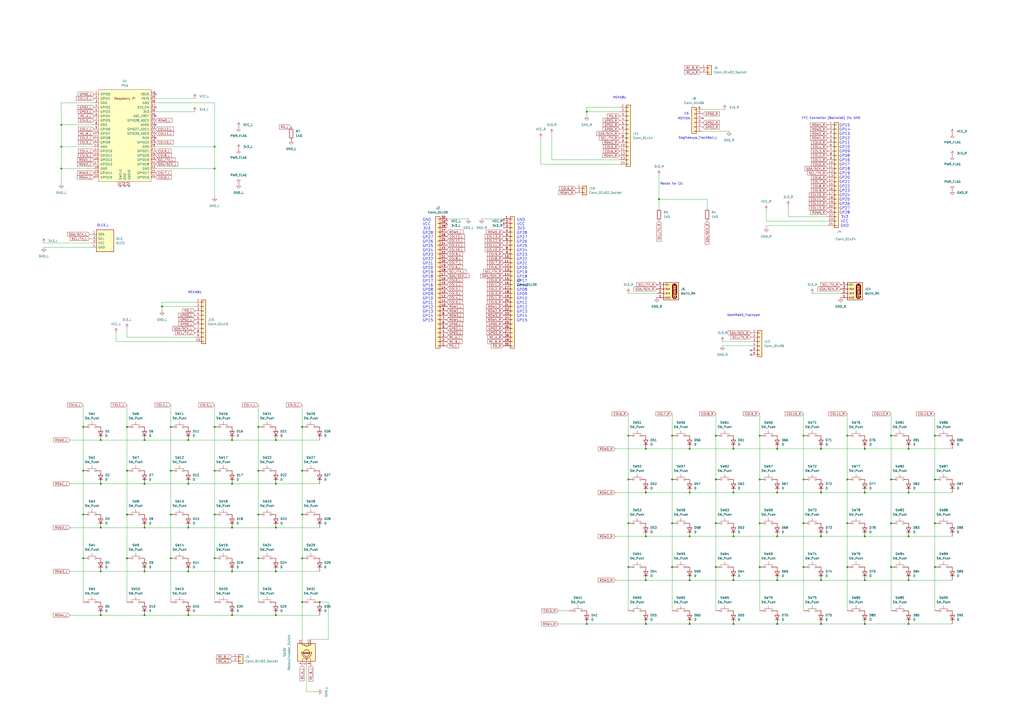
<source format=kicad_sch>
(kicad_sch (version 20250114) (generator "eeschema") (generator_version "9.0")
  (paper "A2")
  (text "CS" (at 398.272 66.04 0) (effects (font (size 1.27 1.27))))
  (text "GND                                                                                 \nVCC                                                                                 \n3V3                                                                                 \nGP28                                                                                \nGP27                                                                                \nGP26                                                                                \nGP25                                                                                \nGP24                                                                                \nGP23                                                                                \nGP22                                                                                \nGP21                                                                                \nGP20                                                                                \nGP19                                                                                \nGP18                                                                                \nGP17                                                                                \nGP16                                                                                \nGP08                                                                                \nGP09                                                                                \nGP10                                                                                \nGP11                                                                                \nGP12                                                                                \nGP13                                                                                \nGP14                                                                                \nGP15                                                                                \n" (at 350.774 156.718 0) (effects (font (size 1.5748 1.5748))))
  (text "MEKABU" (at 359.41 56.642 0) (effects (font (size 1.27 1.27))))
  (text "Resist for i2c" (at 389.636 106.68 0) (effects (font (size 1.27 1.27))))
  (text "GeekRabit_Trackpad" (at 431.292 182.88 0) (effects (font (size 1.27 1.27))))
  (text "GND                                                                                 \nVCC                                                                                 \n3V3                                                                                 \nGP28                                                                                \nGP27                                                                                \nGP26                                                                                \nGP25                                                                                \nGP24                                                                                \nGP23                                                                                \nGP22                                                                                \nGP21                                                                                \nGP20                                                                                \nGP19                                                                                \nGP18                                                                                \nGP17                                                                                \nGP16                                                                                \nGP08                                                                                \nGP09                                                                                \nGP10                                                                                \nGP11                                                                                \nGP12                                                                                \nGP13                                                                                \nGP14                                                                                \nGP15                                                                                \n" (at 296.164 156.718 0) (effects (font (size 1.5748 1.5748))))
  (text "OLED_L" (at 59.69 130.81 0) (effects (font (size 1.27 1.27))))
  (text "FFC Connector (Backside) 24: GND" (at 482.092 68.58 0) (effects (font (size 1.27 1.27))))
  (text "MEKABU" (at 113.03 169.672 0) (effects (font (size 1.27 1.27))))
  (text "GP15\nGP14\nGP13\nGP12\nGP11\nGP10\nGP09\nGP08\nGP16\nGP17\nGP18\nGP19\nGP20\nGP21\nGP22\nGP23\nGP24\nGP25\nGP26\nGP27\nGP28\n3V3\nVCC\nGND\n" (at 489.966 101.854 0) (effects (font (size 1.5748 1.5748))))
  (text "Nogikesuya_TrackBall_L" (at 404.876 80.01 0) (effects (font (size 1.27 1.27))))
  (text "MOTION" (at 396.748 68.834 0) (effects (font (size 1.27 1.27))))
  (junction (at 501.65 361.95))
  (junction (at 450.85 361.95))
  (junction (at 48.26 273.05))
  (junction (at 527.05 260.35))
  (junction (at 374.65 361.95))
  (junction (at 124.46 273.05))
  (junction (at 501.65 336.55))
  (junction (at 175.26 273.05))
  (junction (at 99.06 298.45))
  (junction (at 450.85 260.35))
  (junction (at 35.56 72.39))
  (junction (at 73.66 273.05))
  (junction (at 35.56 97.79))
  (junction (at 542.29 303.53))
  (junction (at 374.65 260.35))
  (junction (at 160.02 280.67))
  (junction (at 160.02 306.07))
  (junction (at 160.02 255.27))
  (junction (at 516.89 278.13))
  (junction (at 149.86 298.45))
  (junction (at 491.49 328.93))
  (junction (at 501.65 260.35))
  (junction (at 124.46 298.45))
  (junction (at 48.26 323.85))
  (junction (at 175.26 298.45))
  (junction (at 516.89 252.73))
  (junction (at 364.49 278.13))
  (junction (at 124.46 97.79))
  (junction (at 425.45 361.95))
  (junction (at 364.49 303.53))
  (junction (at 450.85 336.55))
  (junction (at 382.27 115.57))
  (junction (at 491.49 303.53))
  (junction (at 134.62 356.87))
  (junction (at 99.06 273.05))
  (junction (at 389.89 328.93))
  (junction (at 83.82 331.47))
  (junction (at 48.26 298.45))
  (junction (at 48.26 247.65))
  (junction (at 374.65 285.75))
  (junction (at 340.36 64.77))
  (junction (at 109.22 356.87))
  (junction (at 109.22 331.47))
  (junction (at 124.46 247.65))
  (junction (at 99.06 323.85))
  (junction (at 58.42 280.67))
  (junction (at 501.65 311.15))
  (junction (at 73.66 298.45))
  (junction (at 374.65 311.15))
  (junction (at 501.65 285.75))
  (junction (at 109.22 280.67))
  (junction (at 491.49 252.73))
  (junction (at 466.09 252.73))
  (junction (at 149.86 273.05))
  (junction (at 425.45 336.55))
  (junction (at 134.62 306.07))
  (junction (at 175.26 247.65))
  (junction (at 58.42 331.47))
  (junction (at 134.62 255.27))
  (junction (at 466.09 328.93))
  (junction (at 476.25 260.35))
  (junction (at 527.05 336.55))
  (junction (at 527.05 311.15))
  (junction (at 340.36 361.95))
  (junction (at 400.05 361.95))
  (junction (at 35.56 85.09))
  (junction (at 109.22 306.07))
  (junction (at 400.05 285.75))
  (junction (at 149.86 323.85))
  (junction (at 364.49 252.73))
  (junction (at 415.29 328.93))
  (junction (at 400.05 311.15))
  (junction (at 160.02 331.47))
  (junction (at 124.46 323.85))
  (junction (at 516.89 303.53))
  (junction (at 93.98 177.8))
  (junction (at 374.65 336.55))
  (junction (at 83.82 280.67))
  (junction (at 415.29 252.73))
  (junction (at 425.45 285.75))
  (junction (at 185.42 349.25))
  (junction (at 476.25 361.95))
  (junction (at 516.89 328.93))
  (junction (at 527.05 285.75))
  (junction (at 542.29 328.93))
  (junction (at 160.02 356.87))
  (junction (at 542.29 278.13))
  (junction (at 542.29 252.73))
  (junction (at 364.49 328.93))
  (junction (at 83.82 306.07))
  (junction (at 99.06 247.65))
  (junction (at 425.45 311.15))
  (junction (at 73.66 247.65))
  (junction (at 83.82 255.27))
  (junction (at 466.09 278.13))
  (junction (at 58.42 356.87))
  (junction (at 425.45 260.35))
  (junction (at 440.69 252.73))
  (junction (at 527.05 361.95))
  (junction (at 175.26 323.85))
  (junction (at 440.69 278.13))
  (junction (at 134.62 331.47))
  (junction (at 440.69 303.53))
  (junction (at 73.66 323.85))
  (junction (at 476.25 336.55))
  (junction (at 58.42 255.27))
  (junction (at 400.05 336.55))
  (junction (at 466.09 303.53))
  (junction (at 415.29 278.13))
  (junction (at 389.89 252.73))
  (junction (at 134.62 280.67))
  (junction (at 415.29 303.53))
  (junction (at 450.85 311.15))
  (junction (at 58.42 306.07))
  (junction (at 476.25 285.75))
  (junction (at 389.89 278.13))
  (junction (at 83.82 356.87))
  (junction (at 440.69 328.93))
  (junction (at 476.25 311.15))
  (junction (at 124.46 85.09))
  (junction (at 400.05 260.35))
  (junction (at 450.85 285.75))
  (junction (at 491.49 278.13))
  (junction (at 149.86 247.65))
  (junction (at 389.89 303.53))
  (junction (at 109.22 255.27))
  (junction (at 175.26 349.25))
  (no_connect (at 72.39 107.95))
  (no_connect (at 90.17 67.31))
  (no_connect (at 435.61 205.74))
  (no_connect (at 90.17 80.01))
  (no_connect (at 90.17 54.61))
  (no_connect (at 407.67 68.58))
  (no_connect (at 74.93 107.95))
  (no_connect (at 69.85 107.95))
  (no_connect (at 90.17 72.39))
  (no_connect (at 90.17 62.23))
  (no_connect (at 435.61 203.2))
  (wire (pts (xy 52.07 138.43) (xy 53.34 138.43)))
  (wire (pts (xy 35.56 59.69) (xy 35.56 72.39)))
  (wire (pts (xy 400.05 336.55) (xy 425.45 336.55)))
  (wire (pts (xy 516.89 328.93) (xy 516.89 354.33)))
  (wire (pts (xy 67.31 198.12) (xy 113.03 198.12)))
  (wire (pts (xy 124.46 59.69) (xy 124.46 85.09)))
  (wire (pts (xy 425.45 285.75) (xy 450.85 285.75)))
  (wire (pts (xy 466.09 252.73) (xy 466.09 278.13)))
  (wire (pts (xy 134.62 356.87) (xy 160.02 356.87)))
  (wire (pts (xy 501.65 260.35) (xy 527.05 260.35)))
  (wire (pts (xy 124.46 97.79) (xy 124.46 114.3)))
  (wire (pts (xy 400.05 361.95) (xy 425.45 361.95)))
  (wire (pts (xy 480.06 125.73) (xy 457.2 125.73)))
  (wire (pts (xy 364.49 278.13) (xy 364.49 303.53)))
  (wire (pts (xy 83.82 280.67) (xy 109.22 280.67)))
  (wire (pts (xy 113.03 195.58) (xy 73.66 195.58)))
  (wire (pts (xy 374.65 361.95) (xy 400.05 361.95)))
  (wire (pts (xy 382.27 101.6) (xy 382.27 115.57)))
  (wire (pts (xy 73.66 195.58) (xy 73.66 190.5)))
  (wire (pts (xy 542.29 252.73) (xy 542.29 278.13)))
  (wire (pts (xy 134.62 331.47) (xy 160.02 331.47)))
  (wire (pts (xy 175.26 234.95) (xy 175.26 247.65)))
  (wire (pts (xy 48.26 298.45) (xy 48.26 323.85)))
  (wire (pts (xy 527.05 311.15) (xy 552.45 311.15)))
  (wire (pts (xy 450.85 260.35) (xy 476.25 260.35)))
  (wire (pts (xy 180.34 370.84) (xy 190.5 370.84)))
  (wire (pts (xy 323.85 361.95) (xy 340.36 361.95)))
  (wire (pts (xy 323.85 354.33) (xy 330.2 354.33)))
  (wire (pts (xy 83.82 255.27) (xy 109.22 255.27)))
  (wire (pts (xy 35.56 97.79) (xy 54.61 97.79)))
  (wire (pts (xy 440.69 303.53) (xy 440.69 328.93)))
  (wire (pts (xy 313.69 80.01) (xy 313.69 95.25)))
  (wire (pts (xy 175.26 298.45) (xy 175.26 323.85)))
  (wire (pts (xy 501.65 336.55) (xy 527.05 336.55)))
  (wire (pts (xy 450.85 285.75) (xy 476.25 285.75)))
  (wire (pts (xy 73.66 234.95) (xy 73.66 247.65)))
  (wire (pts (xy 444.5 121.92) (xy 444.5 128.27)))
  (wire (pts (xy 134.62 280.67) (xy 160.02 280.67)))
  (wire (pts (xy 476.25 361.95) (xy 501.65 361.95)))
  (wire (pts (xy 177.8 386.08) (xy 177.8 401.32)))
  (wire (pts (xy 320.04 77.47) (xy 320.04 92.71)))
  (wire (pts (xy 99.06 298.45) (xy 99.06 323.85)))
  (wire (pts (xy 113.03 175.26) (xy 93.98 175.26)))
  (wire (pts (xy 58.42 331.47) (xy 83.82 331.47)))
  (wire (pts (xy 476.25 311.15) (xy 501.65 311.15)))
  (wire (pts (xy 527.05 336.55) (xy 552.45 336.55)))
  (wire (pts (xy 35.56 97.79) (xy 35.56 106.68)))
  (wire (pts (xy 149.86 298.45) (xy 149.86 323.85)))
  (wire (pts (xy 99.06 323.85) (xy 99.06 349.25)))
  (wire (pts (xy 450.85 336.55) (xy 476.25 336.55)))
  (wire (pts (xy 356.87 336.55) (xy 374.65 336.55)))
  (wire (pts (xy 340.36 62.23) (xy 340.36 64.77)))
  (wire (pts (xy 389.89 328.93) (xy 389.89 354.33)))
  (wire (pts (xy 516.89 303.53) (xy 516.89 328.93)))
  (wire (pts (xy 340.36 64.77) (xy 359.41 64.77)))
  (wire (pts (xy 124.46 273.05) (xy 124.46 298.45)))
  (wire (pts (xy 99.06 234.95) (xy 99.06 247.65)))
  (wire (pts (xy 90.17 85.09) (xy 124.46 85.09)))
  (wire (pts (xy 516.89 278.13) (xy 516.89 303.53)))
  (wire (pts (xy 440.69 240.03) (xy 440.69 252.73)))
  (wire (pts (xy 466.09 240.03) (xy 466.09 252.73)))
  (wire (pts (xy 440.69 328.93) (xy 440.69 354.33)))
  (wire (pts (xy 444.5 130.81) (xy 480.06 130.81)))
  (wire (pts (xy 382.27 120.65) (xy 382.27 115.57)))
  (wire (pts (xy 389.89 278.13) (xy 389.89 303.53)))
  (wire (pts (xy 73.66 273.05) (xy 73.66 298.45)))
  (wire (pts (xy 99.06 273.05) (xy 99.06 298.45)))
  (wire (pts (xy 134.62 306.07) (xy 160.02 306.07)))
  (wire (pts (xy 364.49 170.18) (xy 381 170.18)))
  (wire (pts (xy 35.56 59.69) (xy 54.61 59.69)))
  (wire (pts (xy 527.05 361.95) (xy 552.45 361.95)))
  (wire (pts (xy 48.26 234.95) (xy 48.26 247.65)))
  (wire (pts (xy 476.25 260.35) (xy 501.65 260.35)))
  (wire (pts (xy 93.98 177.8) (xy 93.98 180.34)))
  (wire (pts (xy 35.56 85.09) (xy 35.56 97.79)))
  (wire (pts (xy 491.49 240.03) (xy 491.49 252.73)))
  (wire (pts (xy 160.02 356.87) (xy 185.42 356.87)))
  (wire (pts (xy 491.49 252.73) (xy 491.49 278.13)))
  (wire (pts (xy 527.05 260.35) (xy 552.45 260.35)))
  (wire (pts (xy 476.25 285.75) (xy 501.65 285.75)))
  (wire (pts (xy 25.4 143.51) (xy 53.34 143.51)))
  (wire (pts (xy 52.07 135.89) (xy 53.34 135.89)))
  (wire (pts (xy 527.05 285.75) (xy 552.45 285.75)))
  (wire (pts (xy 419.1 200.66) (xy 435.61 200.66)))
  (wire (pts (xy 149.86 323.85) (xy 149.86 349.25)))
  (wire (pts (xy 109.22 331.47) (xy 134.62 331.47)))
  (wire (pts (xy 415.29 278.13) (xy 415.29 303.53)))
  (wire (pts (xy 356.87 311.15) (xy 374.65 311.15)))
  (wire (pts (xy 400.05 285.75) (xy 425.45 285.75)))
  (wire (pts (xy 48.26 273.05) (xy 48.26 298.45)))
  (wire (pts (xy 35.56 72.39) (xy 35.56 85.09)))
  (wire (pts (xy 359.41 62.23) (xy 340.36 62.23)))
  (wire (pts (xy 175.26 273.05) (xy 175.26 298.45)))
  (wire (pts (xy 35.56 72.39) (xy 54.61 72.39)))
  (wire (pts (xy 90.17 97.79) (xy 124.46 97.79)))
  (wire (pts (xy 124.46 234.95) (xy 124.46 247.65)))
  (wire (pts (xy 190.5 349.25) (xy 185.42 349.25)))
  (wire (pts (xy 279.4 127) (xy 292.1 127)))
  (wire (pts (xy 175.26 349.25) (xy 175.26 370.84)))
  (wire (pts (xy 177.8 401.32) (xy 184.15 401.32)))
  (wire (pts (xy 67.31 193.04) (xy 67.31 198.12)))
  (wire (pts (xy 466.09 328.93) (xy 466.09 354.33)))
  (wire (pts (xy 374.65 285.75) (xy 400.05 285.75)))
  (wire (pts (xy 491.49 303.53) (xy 491.49 328.93)))
  (wire (pts (xy 415.29 240.03) (xy 415.29 252.73)))
  (wire (pts (xy 40.64 255.27) (xy 58.42 255.27)))
  (wire (pts (xy 109.22 356.87) (xy 134.62 356.87)))
  (wire (pts (xy 48.26 247.65) (xy 48.26 273.05)))
  (wire (pts (xy 175.26 323.85) (xy 175.26 349.25)))
  (wire (pts (xy 340.36 361.95) (xy 374.65 361.95)))
  (wire (pts (xy 415.29 303.53) (xy 415.29 328.93)))
  (wire (pts (xy 160.02 255.27) (xy 185.42 255.27)))
  (wire (pts (xy 340.36 64.77) (xy 340.36 67.31)))
  (wire (pts (xy 410.21 120.65) (xy 410.21 115.57)))
  (wire (pts (xy 516.89 252.73) (xy 516.89 278.13)))
  (wire (pts (xy 501.65 285.75) (xy 527.05 285.75)))
  (wire (pts (xy 425.45 361.95) (xy 450.85 361.95)))
  (wire (pts (xy 542.29 278.13) (xy 542.29 303.53)))
  (wire (pts (xy 425.45 311.15) (xy 450.85 311.15)))
  (wire (pts (xy 450.85 361.95) (xy 476.25 361.95)))
  (wire (pts (xy 83.82 306.07) (xy 109.22 306.07)))
  (wire (pts (xy 389.89 252.73) (xy 389.89 278.13)))
  (wire (pts (xy 73.66 323.85) (xy 73.66 349.25)))
  (wire (pts (xy 444.5 132.08) (xy 444.5 130.81)))
  (wire (pts (xy 93.98 177.8) (xy 113.03 177.8)))
  (wire (pts (xy 400.05 260.35) (xy 425.45 260.35)))
  (wire (pts (xy 491.49 278.13) (xy 491.49 303.53)))
  (wire (pts (xy 425.45 260.35) (xy 450.85 260.35)))
  (wire (pts (xy 58.42 356.87) (xy 83.82 356.87)))
  (wire (pts (xy 149.86 273.05) (xy 149.86 298.45)))
  (wire (pts (xy 124.46 298.45) (xy 124.46 323.85)))
  (wire (pts (xy 190.5 370.84) (xy 190.5 349.25)))
  (wire (pts (xy 356.87 285.75) (xy 374.65 285.75)))
  (wire (pts (xy 440.69 278.13) (xy 440.69 303.53)))
  (wire (pts (xy 542.29 303.53) (xy 542.29 328.93)))
  (wire (pts (xy 175.26 247.65) (xy 175.26 273.05)))
  (wire (pts (xy 382.27 115.57) (xy 410.21 115.57)))
  (wire (pts (xy 466.09 303.53) (xy 466.09 328.93)))
  (wire (pts (xy 271.78 127) (xy 259.08 127)))
  (wire (pts (xy 109.22 306.07) (xy 134.62 306.07)))
  (wire (pts (xy 400.05 311.15) (xy 425.45 311.15)))
  (wire (pts (xy 444.5 128.27) (xy 480.06 128.27)))
  (wire (pts (xy 542.29 328.93) (xy 542.29 354.33)))
  (wire (pts (xy 374.65 311.15) (xy 400.05 311.15)))
  (wire (pts (xy 58.42 280.67) (xy 83.82 280.67)))
  (wire (pts (xy 440.69 252.73) (xy 440.69 278.13)))
  (wire (pts (xy 471.17 170.18) (xy 487.68 170.18)))
  (wire (pts (xy 422.91 76.2) (xy 407.67 76.2)))
  (wire (pts (xy 542.29 240.03) (xy 542.29 252.73)))
  (wire (pts (xy 93.98 175.26) (xy 93.98 177.8)))
  (wire (pts (xy 124.46 85.09) (xy 124.46 97.79)))
  (wire (pts (xy 124.46 59.69) (xy 90.17 59.69)))
  (wire (pts (xy 389.89 303.53) (xy 389.89 328.93)))
  (wire (pts (xy 25.4 140.97) (xy 53.34 140.97)))
  (wire (pts (xy 99.06 247.65) (xy 99.06 273.05)))
  (wire (pts (xy 58.42 306.07) (xy 83.82 306.07)))
  (wire (pts (xy 450.85 311.15) (xy 476.25 311.15)))
  (wire (pts (xy 419.1 198.12) (xy 435.61 198.12)))
  (wire (pts (xy 40.64 331.47) (xy 58.42 331.47)))
  (wire (pts (xy 359.41 92.71) (xy 320.04 92.71)))
  (wire (pts (xy 83.82 331.47) (xy 109.22 331.47)))
  (wire (pts (xy 160.02 306.07) (xy 185.42 306.07)))
  (wire (pts (xy 364.49 328.93) (xy 364.49 354.33)))
  (wire (pts (xy 40.64 280.67) (xy 58.42 280.67)))
  (wire (pts (xy 40.64 356.87) (xy 58.42 356.87)))
  (wire (pts (xy 425.45 336.55) (xy 450.85 336.55)))
  (wire (pts (xy 356.87 260.35) (xy 374.65 260.35)))
  (wire (pts (xy 415.29 328.93) (xy 415.29 354.33)))
  (wire (pts (xy 40.64 306.07) (xy 58.42 306.07)))
  (wire (pts (xy 501.65 361.95) (xy 527.05 361.95)))
  (wire (pts (xy 58.42 255.27) (xy 83.82 255.27)))
  (wire (pts (xy 160.02 280.67) (xy 185.42 280.67)))
  (wire (pts (xy 90.17 57.15) (xy 113.03 57.15)))
  (wire (pts (xy 124.46 247.65) (xy 124.46 273.05)))
  (wire (pts (xy 516.89 240.03) (xy 516.89 252.73)))
  (wire (pts (xy 109.22 280.67) (xy 134.62 280.67)))
  (wire (pts (xy 149.86 247.65) (xy 149.86 273.05)))
  (wire (pts (xy 457.2 125.73) (xy 457.2 119.38)))
  (wire (pts (xy 90.17 64.77) (xy 113.03 64.77)))
  (wire (pts (xy 415.29 252.73) (xy 415.29 278.13)))
  (wire (pts (xy 124.46 323.85) (xy 124.46 349.25)))
  (wire (pts (xy 359.41 95.25) (xy 313.69 95.25)))
  (wire (pts (xy 48.26 323.85) (xy 48.26 349.25)))
  (wire (pts (xy 83.82 356.87) (xy 109.22 356.87)))
  (wire (pts (xy 374.65 336.55) (xy 400.05 336.55)))
  (wire (pts (xy 476.25 336.55) (xy 501.65 336.55)))
  (wire (pts (xy 407.67 63.5) (xy 420.37 63.5)))
  (wire (pts (xy 160.02 331.47) (xy 185.42 331.47)))
  (wire (pts (xy 149.86 234.95) (xy 149.86 247.65)))
  (wire (pts (xy 501.65 311.15) (xy 527.05 311.15)))
  (wire (pts (xy 73.66 247.65) (xy 73.66 273.05)))
  (wire (pts (xy 109.22 255.27) (xy 134.62 255.27)))
  (wire (pts (xy 389.89 240.03) (xy 389.89 252.73)))
  (wire (pts (xy 491.49 328.93) (xy 491.49 354.33)))
  (wire (pts (xy 364.49 240.03) (xy 364.49 252.73)))
  (wire (pts (xy 54.61 85.09) (xy 35.56 85.09)))
  (wire (pts (xy 466.09 278.13) (xy 466.09 303.53)))
  (wire (pts (xy 364.49 303.53) (xy 364.49 328.93)))
  (wire (pts (xy 364.49 252.73) (xy 364.49 278.13)))
  (wire (pts (xy 134.62 255.27) (xy 160.02 255.27)))
  (wire (pts (xy 73.66 298.45) (xy 73.66 323.85)))
  (wire (pts (xy 374.65 260.35) (xy 400.05 260.35)))
  (global_label "COL6_L" (shape input) (at 259.08 154.94 0) (property "Intersheetrefs" "${INTERSHEET_REFS}" (effects (hide yes))))
  (global_label "ROW1_R" (shape input) (at 356.87 285.75 180) (property "Intersheetrefs" "${INTERSHEET_REFS}" (effects (hide yes))))
  (global_label "COL2_L" (shape input) (at 99.06 234.95 180) (property "Intersheetrefs" "${INTERSHEET_REFS}" (effects (hide yes))))
  (global_label "COL4_R" (shape input) (at 480.06 85.09 180) (property "Intersheetrefs" "${INTERSHEET_REFS}" (effects (hide yes))))
  (global_label "GP00_R" (shape input) (at 292.1 187.96 180) (property "Intersheetrefs" "${INTERSHEET_REFS}" (effects (hide yes))))
  (global_label "COL9_L" (shape input) (at 90.17 87.63 0) (property "Intersheetrefs" "${INTERSHEET_REFS}" (effects (hide yes))))
  (global_label "GP03_L" (shape input) (at 259.08 193.04 0) (property "Intersheetrefs" "${INTERSHEET_REFS}" (effects (hide yes))))
  (global_label "GP03_R" (shape input) (at 292.1 193.04 180) (property "Intersheetrefs" "${INTERSHEET_REFS}" (effects (hide yes))))
  (global_label "COL0_R" (shape input) (at 480.06 95.25 180) (property "Intersheetrefs" "${INTERSHEET_REFS}" (effects (hide yes))))
  (global_label "PD_L" (shape input) (at 113.03 180.34 180) (property "Intersheetrefs" "${INTERSHEET_REFS}" (effects (hide yes))))
  (global_label "ROW2_R" (shape input) (at 480.06 77.47 180) (property "Intersheetrefs" "${INTERSHEET_REFS}" (effects (hide yes))))
  (global_label "COL10_R" (shape input) (at 292.1 144.78 180) (property "Intersheetrefs" "${INTERSHEET_REFS}" (effects (hide yes))))
  (global_label "COL8_R" (shape input) (at 415.29 240.03 180) (property "Intersheetrefs" "${INTERSHEET_REFS}" (effects (hide yes))))
  (global_label "COL3_R" (shape input) (at 480.06 87.63 180) (property "Intersheetrefs" "${INTERSHEET_REFS}" (effects (hide yes))))
  (global_label "COL7_R" (shape input) (at 292.1 152.4 180) (property "Intersheetrefs" "${INTERSHEET_REFS}" (effects (hide yes))))
  (global_label "ROW2_R" (shape input) (at 359.41 82.55 180) (property "Intersheetrefs" "${INTERSHEET_REFS}" (effects (hide yes))))
  (global_label "ROW4_R" (shape input) (at 480.06 72.39 180) (property "Intersheetrefs" "${INTERSHEET_REFS}" (effects (hide yes))))
  (global_label "RE_A_L" (shape input) (at 134.62 383.54 180) (property "Intersheetrefs" "${INTERSHEET_REFS}" (effects (hide yes))))
  (global_label "COL4_L" (shape input) (at 54.61 87.63 180) (property "Intersheetrefs" "${INTERSHEET_REFS}" (effects (hide yes))))
  (global_label "COL6_R" (shape input) (at 364.49 240.03 180) (property "Intersheetrefs" "${INTERSHEET_REFS}" (effects (hide yes))))
  (global_label "ROW2_R" (shape input) (at 292.1 180.34 180) (property "Intersheetrefs" "${INTERSHEET_REFS}" (effects (hide yes))))
  (global_label "GP00_L" (shape input) (at 259.08 187.96 0) (property "Intersheetrefs" "${INTERSHEET_REFS}" (effects (hide yes))))
  (global_label "COL12_L" (shape input) (at 259.08 139.7 0) (property "Intersheetrefs" "${INTERSHEET_REFS}" (effects (hide yes))))
  (global_label "COL2_L" (shape input) (at 54.61 80.01 180) (property "Intersheetrefs" "${INTERSHEET_REFS}" (effects (hide yes))))
  (global_label "COL10_L" (shape input) (at 259.08 144.78 0) (property "Intersheetrefs" "${INTERSHEET_REFS}" (effects (hide yes))))
  (global_label "COL5_L" (shape input) (at 54.61 90.17 180) (property "Intersheetrefs" "${INTERSHEET_REFS}" (effects (hide yes))))
  (global_label "GP02_R" (shape input) (at 407.67 71.12 0) (property "Intersheetrefs" "${INTERSHEET_REFS}" (effects (hide yes))))
  (global_label "GP03_R" (shape input) (at 359.41 69.85 180) (property "Intersheetrefs" "${INTERSHEET_REFS}" (effects (hide yes))))
  (global_label "GP03_L" (shape input) (at 113.03 182.88 180) (property "Intersheetrefs" "${INTERSHEET_REFS}" (effects (hide yes))))
  (global_label "SDA{slash}SCK_L" (shape input) (at 113.03 190.5 180) (property "Intersheetrefs" "${INTERSHEET_REFS}" (effects (hide yes))))
  (global_label "RE_B_L" (shape input) (at 259.08 198.12 0) (property "Intersheetrefs" "${INTERSHEET_REFS}" (effects (hide yes))))
  (global_label "RE_A_L" (shape input) (at 175.26 386.08 270) (property "Intersheetrefs" "${INTERSHEET_REFS}" (effects (hide yes))))
  (global_label "COL7_L" (shape input) (at 259.08 152.4 0) (property "Intersheetrefs" "${INTERSHEET_REFS}" (effects (hide yes))))
  (global_label "COL1_L" (shape input) (at 73.66 234.95 180) (property "Intersheetrefs" "${INTERSHEET_REFS}" (effects (hide yes))))
  (global_label "SCL{slash}TX_R" (shape input) (at 487.68 165.1 180) (property "Intersheetrefs" "${INTERSHEET_REFS}" (effects (hide yes))))
  (global_label "COL4_R" (shape input) (at 292.1 172.72 180) (property "Intersheetrefs" "${INTERSHEET_REFS}" (effects (hide yes))))
  (global_label "COL5_R" (shape input) (at 292.1 175.26 180) (property "Intersheetrefs" "${INTERSHEET_REFS}" (effects (hide yes))))
  (global_label "COL3_L" (shape input) (at 124.46 234.95 180) (property "Intersheetrefs" "${INTERSHEET_REFS}" (effects (hide yes))))
  (global_label "COL1_R" (shape input) (at 480.06 92.71 180) (property "Intersheetrefs" "${INTERSHEET_REFS}" (effects (hide yes))))
  (global_label "GP03_L" (shape input) (at 54.61 64.77 180) (property "Intersheetrefs" "${INTERSHEET_REFS}" (effects (hide yes))))
  (global_label "SCL{slash}TX_L" (shape input) (at 52.07 138.43 180) (property "Intersheetrefs" "${INTERSHEET_REFS}" (effects (hide yes))))
  (global_label "SCL{slash}TX_R" (shape input) (at 382.27 128.27 270) (property "Intersheetrefs" "${INTERSHEET_REFS}" (effects (hide yes))))
  (global_label "SDA{slash}SCK_R" (shape input) (at 292.1 160.02 180) (property "Intersheetrefs" "${INTERSHEET_REFS}" (effects (hide yes))))
  (global_label "COL5_R" (shape input) (at 480.06 82.55 180) (property "Intersheetrefs" "${INTERSHEET_REFS}" (effects (hide yes))))
  (global_label "SDA{slash}SCK_R" (shape input) (at 435.61 193.04 180) (property "Intersheetrefs" "${INTERSHEET_REFS}" (effects (hide yes))))
  (global_label "COL3_R" (shape input) (at 292.1 170.18 180) (property "Intersheetrefs" "${INTERSHEET_REFS}" (effects (hide yes))))
  (global_label "ROW4_R" (shape input) (at 292.1 185.42 180) (property "Intersheetrefs" "${INTERSHEET_REFS}" (effects (hide yes))))
  (global_label "RE_B_L" (shape input) (at 180.34 386.08 270) (property "Intersheetrefs" "${INTERSHEET_REFS}" (effects (hide yes))))
  (global_label "COL7_R" (shape input) (at 389.89 240.03 180) (property "Intersheetrefs" "${INTERSHEET_REFS}" (effects (hide yes))))
  (global_label "ROW1_L" (shape input) (at 259.08 177.8 0) (property "Intersheetrefs" "${INTERSHEET_REFS}" (effects (hide yes))))
  (global_label "SDA{slash}SCK_R" (shape input) (at 410.21 128.27 270) (property "Intersheetrefs" "${INTERSHEET_REFS}" (effects (hide yes))))
  (global_label "PD_L" (shape input) (at 259.08 200.66 0) (property "Intersheetrefs" "${INTERSHEET_REFS}" (effects (hide yes))))
  (global_label "COL7_L" (shape input) (at 90.17 100.33 0) (property "Intersheetrefs" "${INTERSHEET_REFS}" (effects (hide yes))))
  (global_label "RE_B_R" (shape input) (at 406.4 39.37 180) (property "Intersheetrefs" "${INTERSHEET_REFS}" (effects (hide yes))))
  (global_label "RE_B_L" (shape input) (at 54.61 77.47 180) (property "Intersheetrefs" "${INTERSHEET_REFS}" (effects (hide yes))))
  (global_label "PD_R" (shape input) (at 359.41 67.31 180) (property "Intersheetrefs" "${INTERSHEET_REFS}" (effects (hide yes))))
  (global_label "COL5_L" (shape input) (at 175.26 234.95 180) (property "Intersheetrefs" "${INTERSHEET_REFS}" (effects (hide yes))))
  (global_label "COL12_L" (shape input) (at 90.17 74.93 0) (property "Intersheetrefs" "${INTERSHEET_REFS}" (effects (hide yes))))
  (global_label "SCL{slash}TX_R" (shape input) (at 480.06 100.33 180) (property "Intersheetrefs" "${INTERSHEET_REFS}" (effects (hide yes))))
  (global_label "COL1_L" (shape input) (at 259.08 165.1 0) (property "Intersheetrefs" "${INTERSHEET_REFS}" (effects (hide yes))))
  (global_label "SCL{slash}TX_R" (shape input) (at 381 165.1 180) (property "Intersheetrefs" "${INTERSHEET_REFS}" (effects (hide yes))))
  (global_label "ROW0_R" (shape input) (at 292.1 134.62 180) (property "Intersheetrefs" "${INTERSHEET_REFS}" (effects (hide yes))))
  (global_label "COL1_L" (shape input) (at 54.61 74.93 180) (property "Intersheetrefs" "${INTERSHEET_REFS}" (effects (hide yes))))
  (global_label "ROW3_R" (shape input) (at 356.87 336.55 180) (property "Intersheetrefs" "${INTERSHEET_REFS}" (effects (hide yes))))
  (global_label "COL6_R" (shape input) (at 480.06 102.87 180) (property "Intersheetrefs" "${INTERSHEET_REFS}" (effects (hide yes))))
  (global_label "PD_L" (shape input) (at 168.91 73.66 180) (property "Intersheetrefs" "${INTERSHEET_REFS}" (effects (hide yes))))
  (global_label "RE_A_R" (shape input) (at 292.1 195.58 180) (property "Intersheetrefs" "${INTERSHEET_REFS}" (effects (hide yes))))
  (global_label "COL13_L" (shape input) (at 259.08 137.16 0) (property "Intersheetrefs" "${INTERSHEET_REFS}" (effects (hide yes))))
  (global_label "COL13_R" (shape input) (at 292.1 137.16 180) (property "Intersheetrefs" "${INTERSHEET_REFS}" (effects (hide yes))))
  (global_label "GP00_L" (shape input) (at 113.03 187.96 180) (property "Intersheetrefs" "${INTERSHEET_REFS}" (effects (hide yes))))
  (global_label "ROW0_L" (shape input) (at 259.08 134.62 0) (property "Intersheetrefs" "${INTERSHEET_REFS}" (effects (hide yes))))
  (global_label "ROW3_L" (shape input) (at 259.08 182.88 0) (property "Intersheetrefs" "${INTERSHEET_REFS}" (effects (hide yes))))
  (global_label "COL2_R" (shape input) (at 292.1 167.64 180) (property "Intersheetrefs" "${INTERSHEET_REFS}" (effects (hide yes))))
  (global_label "ROW3_L" (shape input) (at 40.64 331.47 180) (property "Intersheetrefs" "${INTERSHEET_REFS}" (effects (hide yes))))
  (global_label "PD_R" (shape input) (at 292.1 200.66 180) (property "Intersheetrefs" "${INTERSHEET_REFS}" (effects (hide yes))))
  (global_label "ROW0_L" (shape input) (at 90.17 69.85 0) (property "Intersheetrefs" "${INTERSHEET_REFS}" (effects (hide yes))))
  (global_label "SDA{slash}SCK_L" (shape input) (at 52.07 135.89 180) (property "Intersheetrefs" "${INTERSHEET_REFS}" (effects (hide yes))))
  (global_label "COL13_L" (shape input) (at 54.61 57.15 180) (property "Intersheetrefs" "${INTERSHEET_REFS}" (effects (hide yes))))
  (global_label "COL11_R" (shape input) (at 491.49 240.03 180) (property "Intersheetrefs" "${INTERSHEET_REFS}" (effects (hide yes))))
  (global_label "ROW4_L" (shape input) (at 54.61 102.87 180) (property "Intersheetrefs" "${INTERSHEET_REFS}" (effects (hide yes))))
  (global_label "SDA{slash}SCK_L" (shape input) (at 90.17 95.25 0) (property "Intersheetrefs" "${INTERSHEET_REFS}" (effects (hide yes))))
  (global_label "GP00_R" (shape input) (at 407.67 66.04 0) (property "Intersheetrefs" "${INTERSHEET_REFS}" (effects (hide yes))))
  (global_label "GP00_L" (shape input) (at 54.61 54.61 180) (property "Intersheetrefs" "${INTERSHEET_REFS}" (effects (hide yes))))
  (global_label "COL12_R" (shape input) (at 480.06 118.11 180) (property "Intersheetrefs" "${INTERSHEET_REFS}" (effects (hide yes))))
  (global_label "COL12_R" (shape input) (at 516.89 240.03 180) (property "Intersheetrefs" "${INTERSHEET_REFS}" (effects (hide yes))))
  (global_label "ROW2_L" (shape input) (at 40.64 306.07 180) (property "Intersheetrefs" "${INTERSHEET_REFS}" (effects (hide yes))))
  (global_label "SDA{slash}SCK_R" (shape input) (at 381 167.64 180) (property "Intersheetrefs" "${INTERSHEET_REFS}" (effects (hide yes))))
  (global_label "COL9_R" (shape input) (at 480.06 110.49 180) (property "Intersheetrefs" "${INTERSHEET_REFS}" (effects (hide yes))))
  (global_label "ROW4_R" (shape input) (at 323.85 361.95 180) (property "Intersheetrefs" "${INTERSHEET_REFS}" (effects (hide yes))))
  (global_label "SDA{slash}SCK_L" (shape input) (at 259.08 160.02 0) (property "Intersheetrefs" "${INTERSHEET_REFS}" (effects (hide yes))))
  (global_label "COL11_L" (shape input) (at 259.08 142.24 0) (property "Intersheetrefs" "${INTERSHEET_REFS}" (effects (hide yes))))
  (global_label "COL11_L" (shape input) (at 90.17 77.47 0) (property "Intersheetrefs" "${INTERSHEET_REFS}" (effects (hide yes))))
  (global_label "ROW0_R" (shape input) (at 480.06 123.19 180) (property "Intersheetrefs" "${INTERSHEET_REFS}" (effects (hide yes))))
  (global_label "COL13_R" (shape input) (at 480.06 120.65 180) (property "Intersheetrefs" "${INTERSHEET_REFS}" (effects (hide yes))))
  (global_label "ROW1_R" (shape input) (at 292.1 177.8 180) (property "Intersheetrefs" "${INTERSHEET_REFS}" (effects (hide yes))))
  (global_label "COL6_R" (shape input) (at 359.41 87.63 180) (property "Intersheetrefs" "${INTERSHEET_REFS}" (effects (hide yes))))
  (global_label "COL8_L" (shape input) (at 259.08 149.86 0) (property "Intersheetrefs" "${INTERSHEET_REFS}" (effects (hide yes))))
  (global_label "SCL{slash}TX_R" (shape input) (at 292.1 157.48 180) (property "Intersheetrefs" "${INTERSHEET_REFS}" (effects (hide yes))))
  (global_label "COL6_L" (shape input) (at 90.17 102.87 0) (property "Intersheetrefs" "${INTERSHEET_REFS}" (effects (hide yes))))
  (global_label "ROW1_R" (shape input) (at 480.06 80.01 180) (property "Intersheetrefs" "${INTERSHEET_REFS}" (effects (hide yes))))
  (global_label "RE_B_R" (shape input) (at 292.1 198.12 180) (property "Intersheetrefs" "${INTERSHEET_REFS}" (effects (hide yes))))
  (global_label "ROW2_L" (shape input) (at 259.08 180.34 0) (property "Intersheetrefs" "${INTERSHEET_REFS}" (effects (hide yes))))
  (global_label "ROW4_L" (shape input) (at 259.08 185.42 0) (property "Intersheetrefs" "${INTERSHEET_REFS}" (effects (hide yes))))
  (global_label "ROW0_R" (shape input) (at 356.87 260.35 180) (property "Intersheetrefs" "${INTERSHEET_REFS}" (effects (hide yes))))
  (global_label "COL7_R" (shape input) (at 480.06 105.41 180) (property "Intersheetrefs" "${INTERSHEET_REFS}" (effects (hide yes))))
  (global_label "COL5_R" (shape input) (at 323.85 354.33 180) (property "Intersheetrefs" "${INTERSHEET_REFS}" (effects (hide yes))))
  (global_label "COL8_R" (shape input) (at 292.1 149.86 180) (property "Intersheetrefs" "${INTERSHEET_REFS}" (effects (hide yes))))
  (global_label "ROW0_L" (shape input) (at 40.64 255.27 180) (property "Intersheetrefs" "${INTERSHEET_REFS}" (effects (hide yes))))
  (global_label "RE_A_R" (shape input) (at 406.4 41.91 180) (property "Intersheetrefs" "${INTERSHEET_REFS}" (effects (hide yes))))
  (global_label "SDA{slash}SCK_R" (shape input) (at 487.68 167.64 180) (property "Intersheetrefs" "${INTERSHEET_REFS}" (effects (hide yes))))
  (global_label "COL2_R" (shape input) (at 480.06 90.17 180) (property "Intersheetrefs" "${INTERSHEET_REFS}" (effects (hide yes))))
  (global_label "SCL{slash}TX_L" (shape input) (at 113.03 193.04 180) (property "Intersheetrefs" "${INTERSHEET_REFS}" (effects (hide yes))))
  (global_label "SCL{slash}TX_L" (shape input) (at 90.17 92.71 0) (property "Intersheetrefs" "${INTERSHEET_REFS}" (effects (hide yes))))
  (global_label "ROW3_L" (shape input) (at 54.61 100.33 180) (property "Intersheetrefs" "${INTERSHEET_REFS}" (effects (hide yes))))
  (global_label "COL9_R" (shape input) (at 292.1 147.32 180) (property "Intersheetrefs" "${INTERSHEET_REFS}" (effects (hide yes))))
  (global_label "ROW2_R" (shape input) (at 356.87 311.15 180) (property "Intersheetrefs" "${INTERSHEET_REFS}" (effects (hide yes))))
  (global_label "GP02_L" (shape input) (at 113.03 185.42 180) (property "Intersheetrefs" "${INTERSHEET_REFS}" (effects (hide yes))))
  (global_label "ROW3_R" (shape input) (at 480.06 74.93 180) (property "Intersheetrefs" "${INTERSHEET_REFS}" (effects (hide yes))))
  (global_label "COL0_L" (shape input) (at 54.61 69.85 180) (property "Intersheetrefs" "${INTERSHEET_REFS}" (effects (hide yes))))
  (global_label "COL6_R" (shape input) (at 292.1 154.94 180) (property "Intersheetrefs" "${INTERSHEET_REFS}" (effects (hide yes))))
  (global_label "COL0_L" (shape input) (at 48.26 234.95 180) (property "Intersheetrefs" "${INTERSHEET_REFS}" (effects (hide yes))))
  (global_label "SCL{slash}TX_L" (shape input) (at 259.08 157.48 0) (property "Intersheetrefs" "${INTERSHEET_REFS}" (effects (hide yes))))
  (global_label "GP02_R" (shape input) (at 359.41 72.39 180) (property "Intersheetrefs" "${INTERSHEET_REFS}" (effects (hide yes))))
  (global_label "SCL{slash}TX_R" (shape input) (at 359.41 80.01 180) (property "Intersheetrefs" "${INTERSHEET_REFS}" (effects (hide yes))))
  (global_label "COL5_R" (shape input) (at 359.41 85.09 180) (property "Intersheetrefs" "${INTERSHEET_REFS}" (effects (hide yes))))
  (global_label "COL0_L" (shape input) (at 259.08 162.56 0) (property "Intersheetrefs" "${INTERSHEET_REFS}" (effects (hide yes))))
  (global_label "COL12_R" (shape input) (at 292.1 139.7 180) (property "Intersheetrefs" "${INTERSHEET_REFS}" (effects (hide yes))))
  (global_label "RE_B_L" (shape input) (at 134.62 381 180) (property "Intersheetrefs" "${INTERSHEET_REFS}" (effects (hide yes))))
  (global_label "COL5_L" (shape input) (at 259.08 175.26 0) (property "Intersheetrefs" "${INTERSHEET_REFS}" (effects (hide yes))))
  (global_label "COL8_L" (shape input) (at 90.17 90.17 0) (property "Intersheetrefs" "${INTERSHEET_REFS}" (effects (hide yes))))
  (global_label "COL9_R" (shape input) (at 440.69 240.03 180) (property "Intersheetrefs" "${INTERSHEET_REFS}" (effects (hide yes))))
  (global_label "COL10_L" (shape input) (at 90.17 82.55 0) (property "Intersheetrefs" "${INTERSHEET_REFS}" (effects (hide yes))))
  (global_label "GP02_L" (shape input) (at 54.61 62.23 180) (property "Intersheetrefs" "${INTERSHEET_REFS}" (effects (hide yes))))
  (global_label "COL3_L" (shape input) (at 259.08 170.18 0) (property "Intersheetrefs" "${INTERSHEET_REFS}" (effects (hide yes))))
  (global_label "COL3_L" (shape input) (at 54.61 82.55 180) (property "Intersheetrefs" "${INTERSHEET_REFS}" (effects (hide yes))))
  (global_label "COL4_L" (shape input) (at 149.86 234.95 180) (property "Intersheetrefs" "${INTERSHEET_REFS}" (effects (hide yes))))
  (global_label "COL11_R" (shape input) (at 480.06 115.57 180) (property "Intersheetrefs" "${INTERSHEET_REFS}" (effects (hide yes))))
  (global_label "SCL{slash}TX_R" (shape input) (at 435.61 195.58 180) (property "Intersheetrefs" "${INTERSHEET_REFS}" (effects (hide yes))))
  (global_label "RE_A_L" (shape input) (at 54.61 67.31 180) (property "Intersheetrefs" "${INTERSHEET_REFS}" (effects (hide yes))))
  (global_label "COL8_R" (shape input) (at 480.06 107.95 180) (property "Intersheetrefs" "${INTERSHEET_REFS}" (effects (hide yes))))
  (global_label "COL4_L" (shape input) (at 259.08 172.72 0) (property "Intersheetrefs" "${INTERSHEET_REFS}" (effects (hide yes))))
  (global_label "ROW3_R" (shape input) (at 292.1 182.88 180) (property "Intersheetrefs" "${INTERSHEET_REFS}" (effects (hide yes))))
  (global_label "COL10_R" (shape input) (at 466.09 240.03 180) (property "Intersheetrefs" "${INTERSHEET_REFS}" (effects (hide yes))))
  (global_label "COL0_R" (shape input) (at 292.1 162.56 180) (property "Intersheetrefs" "${INTERSHEET_REFS}" (effects (hide yes))))
  (global_label "ROW1_L" (shape input) (at 40.64 280.67 180) (property "Intersheetrefs" "${INTERSHEET_REFS}" (effects (hide yes))))
  (global_label "RE_A_L" (shape input) (at 259.08 195.58 0) (property "Intersheetrefs" "${INTERSHEET_REFS}" (effects (hide yes))))
  (global_label "ROW2_L" (shape input) (at 54.61 95.25 180) (property "Intersheetrefs" "${INTERSHEET_REFS}" (effects (hide yes))))
  (global_label "COL9_L" (shape input) (at 259.08 147.32 0) (property "Intersheetrefs" "${INTERSHEET_REFS}" (effects (hide yes))))
  (global_label "GP00_R" (shape input) (at 359.41 74.93 180) (property "Intersheetrefs" "${INTERSHEET_REFS}" (effects (hide yes))))
  (global_label "COL6_R" (shape input) (at 334.01 109.22 180) (property "Intersheetrefs" "${INTERSHEET_REFS}" (effects (hide yes))))
  (global_label "ROW4_L" (shape input) (at 40.64 356.87 180) (property "Intersheetrefs" "${INTERSHEET_REFS}" (effects (hide yes))))
  (global_label "ROW4_R" (shape input) (at 334.01 111.76 180) (property "Intersheetrefs" "${INTERSHEET_REFS}" (effects (hide yes))))
  (global_label "GP03_R" (shape input) (at 407.67 73.66 0) (property "Intersheetrefs" "${INTERSHEET_REFS}" (effects (hide yes))))
  (global_label "COL2_L" (shape input) (at 259.08 167.64 0) (property "Intersheetrefs" "${INTERSHEET_REFS}" (effects (hide yes))))
  (global_label "SDA{slash}SCK_R" (shape input) (at 480.06 97.79 180) (property "Intersheetrefs" "${INTERSHEET_REFS}" (effects (hide yes))))
  (global_label "GP02_R" (shape input) (at 292.1 190.5 180) (property "Intersheetrefs" "${INTERSHEET_REFS}" (effects (hide yes))))
  (global_label "COL11_R" (shape input) (at 292.1 142.24 180) (property "Intersheetrefs" "${INTERSHEET_REFS}" (effects (hide yes))))
  (global_label "COL13_R" (shape input) (at 542.29 240.03 180) (property "Intersheetrefs" "${INTERSHEET_REFS}" (effects (hide yes))))
  (global_label "ROW1_L" (shape input) (at 54.61 92.71 180) (property "Intersheetrefs" "${INTERSHEET_REFS}" (effects (hide yes))))
  (global_label "COL10_R" (shape input) (at 480.06 113.03 180) (property "Intersheetrefs" "${INTERSHEET_REFS}" (effects (hide yes))))
  (global_label "ROW4_R" (shape input) (at 359.41 90.17 180) (property "Intersheetrefs" "${INTERSHEET_REFS}" (effects (hide yes))))
  (global_label "COL1_R" (shape input) (at 292.1 165.1 180) (property "Intersheetrefs" "${INTERSHEET_REFS}" (effects (hide yes))))
  (global_label "GP02_L" (shape input) (at 259.08 190.5 0) (property "Intersheetrefs" "${INTERSHEET_REFS}" (effects (hide yes))))
  (global_label "SDA{slash}SCK_R" (shape input) (at 359.41 77.47 180) (property "Intersheetrefs" "${INTERSHEET_REFS}" (effects (hide yes))))
  (symbol (lib_id "Switch:SW_Push") (at 471.17 278.13 0) (mirror y) (unit 1)
    (property "Reference" "SW72" (at 471.17 270.51 0))
    (property "Value" "SW_Push" (at 471.17 273.05 0))
    (property "Footprint" "Rikkodo_FootPrint:rkd_Asm_ChocV1V2_Hotswap_1u_NM" (effects (hide yes)))
    (property "Description" "Push button switch, generic, two pins" (effects (hide yes)))
  )
  (symbol (lib_id "Switch:SW_Push") (at 471.17 328.93 0) (mirror y) (unit 1)
    (property "Reference" "SW74" (at 471.17 321.31 0))
    (property "Value" "SW_Push" (at 471.17 323.85 0))
    (property "Footprint" "Rikkodo_FootPrint:rkd_Asm_ChocV1V2_Hotswap_1u_NM" (effects (hide yes)))
    (property "Description" "Push button switch, generic, two pins" (effects (hide yes)))
  )
  (symbol (lib_id "Device:R") (at 382.27 124.46 0) (unit 1)
    (property "Reference" "R3" (at 384.81 123.19 0) (effects (justify left)))
    (property "Value" "1kΩ" (at 384.81 125.73 0) (effects (justify left)))
    (property "Footprint" "Resistor_SMD:R_0603_1608Metric" (effects (hide yes)))
  )
  (symbol (lib_id "Switch:SW_Push") (at 369.57 328.93 0) (mirror y) (unit 1)
    (property "Reference" "SW54" (at 369.57 321.31 0))
    (property "Value" "SW_Push" (at 369.57 323.85 0))
    (property "Footprint" "Rikkodo_FootPrint:rkd_Asm_ChocV1V2_Hotswap_1u_NM" (effects (hide yes)))
    (property "Description" "Push button switch, generic, two pins" (effects (hide yes)))
  )
  (symbol (lib_id "Device:D") (at 134.62 327.66 90) (unit 1)
    (property "Reference" "D19" (at 137.16 326.3899 90) (effects (justify right)))
    (property "Value" "D" (at 137.16 328.9299 90) (effects (justify right)))
    (property "Footprint" "kbd_Parts:Diode_SMD" (effects (hide yes)))
    (property "Description" "Diode" (effects (hide yes)))
    (property "Sim.Device" "D" (effects (hide yes)))
    (property "Sim.Pins" "1=K 2=A" (effects (hide yes)))
  )
  (symbol (lib_id "power:VCC") (at 313.69 80.01 0) (unit 1)
    (property "Reference" "#PWR032" (effects (hide yes)))
    (property "Value" "VCC_R" (at 313.69 74.93 0))
    (property "Description" "Power symbol creates a global label with name \"VCC\"" (effects (hide yes)))
  )
  (symbol (lib_id "power:VCC") (at 113.03 57.15 0) (unit 1)
    (property "Reference" "#PWR012" (effects (hide yes)))
    (property "Value" "VCC_L" (at 115.57 55.8799 0) (effects (justify left)))
    (property "Description" "Power symbol creates a global label with name \"VCC\"" (effects (hide yes)))
  )
  (symbol (lib_id "Switch:SW_Push") (at 445.77 303.53 0) (mirror y) (unit 1)
    (property "Reference" "SW68" (at 445.77 295.91 0))
    (property "Value" "SW_Push" (at 445.77 298.45 0))
    (property "Footprint" "Rikkodo_FootPrint:rkd_Asm_ChocV1V2_Hotswap_1u_NM" (effects (hide yes)))
    (property "Description" "Push button switch, generic, two pins" (effects (hide yes)))
  )
  (symbol (lib_id "Device:D") (at 425.45 307.34 90) (unit 1)
    (property "Reference" "D63" (at 427.99 306.0699 90) (effects (justify right)))
    (property "Value" "D" (at 427.99 308.6099 90) (effects (justify right)))
    (property "Footprint" "kbd_Parts:Diode_SMD" (effects (hide yes)))
    (property "Description" "Diode" (effects (hide yes)))
    (property "Sim.Device" "D" (effects (hide yes)))
    (property "Sim.Pins" "1=K 2=A" (effects (hide yes)))
  )
  (symbol (lib_id "Device:D") (at 58.42 302.26 90) (unit 1)
    (property "Reference" "D3" (at 60.96 300.9899 90) (effects (justify right)))
    (property "Value" "D" (at 60.96 303.5299 90) (effects (justify right)))
    (property "Footprint" "kbd_Parts:Diode_SMD" (effects (hide yes)))
    (property "Description" "Diode" (effects (hide yes)))
    (property "Sim.Device" "D" (effects (hide yes)))
    (property "Sim.Pins" "1=K 2=A" (effects (hide yes)))
  )
  (symbol (lib_id "Device:D") (at 134.62 276.86 90) (unit 1)
    (property "Reference" "D17" (at 137.16 275.5899 90) (effects (justify right)))
    (property "Value" "D" (at 137.16 278.1299 90) (effects (justify right)))
    (property "Footprint" "kbd_Parts:Diode_SMD" (effects (hide yes)))
    (property "Description" "Diode" (effects (hide yes)))
    (property "Sim.Device" "D" (effects (hide yes)))
    (property "Sim.Pins" "1=K 2=A" (effects (hide yes)))
  )
  (symbol (lib_id "Switch:SW_Push") (at 180.34 273.05 0) (mirror y) (unit 1)
    (property "Reference" "SW27" (at 180.34 265.43 0))
    (property "Value" "SW_Push" (at 180.34 267.97 0))
    (property "Footprint" "Rikkodo_FootPrint:rkd_Asm_ChocV1V2_Hotswap_1u_NM" (effects (hide yes)))
    (property "Description" "Push button switch, generic, two pins" (effects (hide yes)))
  )
  (symbol (lib_id "SparkFun-Connector:Qwiic_Right_Angle") (at 492.76 167.64 0) (unit 1)
    (property "Reference" "J14" (at 501.65 167.6399 0) (effects (justify left)))
    (property "Value" "Qwiic_RA" (at 501.65 170.1799 0) (effects (justify left)))
    (property "Footprint" "SparkFun-Connector:JST_SMD_1.0mm-4_Black" (effects (hide yes)))
    (property "Datasheet" "https://www.jst-mfg.com/product/pdf/eng/eSH.pdf" (effects (hide yes)))
    (property "Description" "4 pin JST 1mm polarized connector for I2C" (effects (hide yes)))
    (property "PROD_ID" "CONN-13694" (effects (hide yes)))
  )
  (symbol (lib_id "power:VCC") (at 113.03 64.77 0) (unit 1)
    (property "Reference" "#PWR013" (effects (hide yes)))
    (property "Value" "3v3_L" (at 115.57 63.4999 0) (effects (justify left)))
    (property "Description" "Power symbol creates a global label with name \"VCC\"" (effects (hide yes)))
  )
  (symbol (lib_id "power:GND") (at 444.5 132.08 0) (unit 1)
    (property "Reference" "#PWR02" (effects (hide yes)))
    (property "Value" "GND_R" (at 444.5 137.16 0))
    (property "Description" "Power symbol creates a global label with name \"GND\" , ground" (effects (hide yes)))
  )
  (symbol (lib_id "Connector_Generic:Conn_01x06") (at 402.59 71.12 180) (unit 1)
    (property "Reference" "J8" (at 402.59 57.15 0))
    (property "Value" "Conn_01x06" (at 402.59 59.69 0))
    (property "Footprint" "Connector_FFC-FPC:Hirose_FH12-6S-0.5SH_1x06-1MP_P0.50mm_Horizontal" (effects (hide yes)))
    (property "Description" "Generic connector, single row, 01x06, script generated (kicad-library-utils/schlib/autogen/connector/)" (effects (hide yes)))
  )
  (symbol (lib_id "Device:R") (at 410.21 124.46 0) (unit 1)
    (property "Reference" "R4" (at 412.75 123.19 0) (effects (justify left)))
    (property "Value" "1kΩ" (at 412.75 125.73 0) (effects (justify left)))
    (property "Footprint" "Resistor_SMD:R_0603_1608Metric" (effects (hide yes)))
  )
  (symbol (lib_id "Switch:SW_Push") (at 53.34 349.25 0) (mirror y) (unit 1)
    (property "Reference" "SW5" (at 53.34 341.63 0))
    (property "Value" "SW_Push" (at 53.34 344.17 0))
    (property "Footprint" "Rikkodo_FootPrint:rkd_Asm_ChocV1V2_Hotswap_1u_NM" (effects (hide yes)))
    (property "Description" "Push button switch, generic, two pins" (effects (hide yes)))
  )
  (symbol (lib_id "power:VCC") (at 444.5 121.92 0) (unit 1)
    (property "Reference" "#PWR01" (effects (hide yes)))
    (property "Value" "VCC_R" (at 444.5 116.84 0))
    (property "Description" "Power symbol creates a global label with name \"VCC\"" (effects (hide yes)))
  )
  (symbol (lib_id "Switch:SW_Push") (at 496.57 354.33 0) (mirror y) (unit 1)
    (property "Reference" "SW80" (at 496.57 346.71 0))
    (property "Value" "SW_Push" (at 496.57 349.25 0))
    (property "Footprint" "Rikkodo_FootPrint:rkd_Asm_ChocV1V2_Hotswap_1u_NM" (effects (hide yes)))
    (property "Description" "Push button switch, generic, two pins" (effects (hide yes)))
  )
  (symbol (lib_id "Device:D") (at 501.65 358.14 90) (unit 1)
    (property "Reference" "D80" (at 504.19 356.8699 90) (effects (justify right)))
    (property "Value" "D" (at 504.19 359.4099 90) (effects (justify right)))
    (property "Footprint" "kbd_Parts:Diode_SMD" (effects (hide yes)))
    (property "Description" "Diode" (effects (hide yes)))
    (property "Sim.Device" "D" (effects (hide yes)))
    (property "Sim.Pins" "1=K 2=A" (effects (hide yes)))
  )
  (symbol (lib_id "Switch:SW_Push") (at 129.54 298.45 0) (mirror y) (unit 1)
    (property "Reference" "SW18" (at 129.54 290.83 0))
    (property "Value" "SW_Push" (at 129.54 293.37 0))
    (property "Footprint" "Rikkodo_FootPrint:rkd_Asm_ChocV1V2_Hotswap_1u_NM" (effects (hide yes)))
    (property "Description" "Push button switch, generic, two pins" (effects (hide yes)))
  )
  (symbol (lib_id "Device:D") (at 160.02 327.66 90) (unit 1)
    (property "Reference" "D24" (at 162.56 326.3899 90) (effects (justify right)))
    (property "Value" "D" (at 162.56 328.9299 90) (effects (justify right)))
    (property "Footprint" "kbd_Parts:Diode_SMD" (effects (hide yes)))
    (property "Description" "Diode" (effects (hide yes)))
    (property "Sim.Device" "D" (effects (hide yes)))
    (property "Sim.Pins" "1=K 2=A" (effects (hide yes)))
  )
  (symbol (lib_id "power:VCC") (at 420.37 63.5 0) (unit 1)
    (property "Reference" "#PWR027" (effects (hide yes)))
    (property "Value" "3v3_R" (at 422.91 62.2299 0) (effects (justify left)))
    (property "Description" "Power symbol creates a global label with name \"VCC\"" (effects (hide yes)))
  )
  (symbol (lib_id "power:GND") (at 184.15 401.32 90) (unit 1)
    (property "Reference" "#PWR016" (effects (hide yes)))
    (property "Value" "GND_L" (at 189.23 401.32 0))
    (property "Description" "Power symbol creates a global label with name \"GND\" , ground" (effects (hide yes)))
  )
  (symbol (lib_id "Device:D") (at 425.45 358.14 90) (unit 1)
    (property "Reference" "D65" (at 427.99 356.8699 90) (effects (justify right)))
    (property "Value" "D" (at 427.99 359.4099 90) (effects (justify right)))
    (property "Footprint" "kbd_Parts:Diode_SMD" (effects (hide yes)))
    (property "Description" "Diode" (effects (hide yes)))
    (property "Sim.Device" "D" (effects (hide yes)))
    (property "Sim.Pins" "1=K 2=A" (effects (hide yes)))
  )
  (symbol (lib_id "SparkFun-Connector:Qwiic_Right_Angle") (at 386.08 167.64 0) (unit 1)
    (property "Reference" "J6" (at 394.97 167.6399 0) (effects (justify left)))
    (property "Value" "Qwiic_RA" (at 394.97 170.1799 0) (effects (justify left)))
    (property "Footprint" "SparkFun-Connector:JST_SMD_1.0mm-4_Black" (effects (hide yes)))
    (property "Datasheet" "https://www.jst-mfg.com/product/pdf/eng/eSH.pdf" (effects (hide yes)))
    (property "Description" "4 pin JST 1mm polarized connector for I2C" (effects (hide yes)))
    (property "PROD_ID" "CONN-13694" (effects (hide yes)))
  )
  (symbol (lib_id "Device:D") (at 185.42 276.86 90) (unit 1)
    (property "Reference" "D27" (at 187.96 275.5899 90) (effects (justify right)))
    (property "Value" "D" (at 187.96 278.1299 90) (effects (justify right)))
    (property "Footprint" "kbd_Parts:Diode_SMD" (effects (hide yes)))
    (property "Description" "Diode" (effects (hide yes)))
    (property "Sim.Device" "D" (effects (hide yes)))
    (property "Sim.Pins" "1=K 2=A" (effects (hide yes)))
  )
  (symbol (lib_id "Switch:SW_Push") (at 78.74 273.05 0) (mirror y) (unit 1)
    (property "Reference" "SW7" (at 78.74 265.43 0))
    (property "Value" "SW_Push" (at 78.74 267.97 0))
    (property "Footprint" "Rikkodo_FootPrint:rkd_Asm_ChocV1V2_Hotswap_1u_NM" (effects (hide yes)))
    (property "Description" "Push button switch, generic, two pins" (effects (hide yes)))
  )
  (symbol (lib_id "power:VCC") (at 138.43 86.36 0) (unit 1)
    (property "Reference" "#PWR010" (effects (hide yes)))
    (property "Value" "3v3_L" (at 140.97 85.0899 0) (effects (justify left)))
    (property "Description" "Power symbol creates a global label with name \"VCC\"" (effects (hide yes)))
  )
  (symbol (lib_id "power:VCC") (at 419.1 198.12 0) (unit 1)
    (property "Reference" "#PWR034" (effects (hide yes)))
    (property "Value" "3v3_R" (at 419.1 193.04 0))
    (property "Description" "Power symbol creates a global label with name \"VCC\"" (effects (hide yes)))
  )
  (symbol (lib_id "Switch:SW_Push") (at 129.54 273.05 0) (mirror y) (unit 1)
    (property "Reference" "SW17" (at 129.54 265.43 0))
    (property "Value" "SW_Push" (at 129.54 267.97 0))
    (property "Footprint" "Rikkodo_FootPrint:rkd_Asm_ChocV1V2_Hotswap_1u_NM" (effects (hide yes)))
    (property "Description" "Push button switch, generic, two pins" (effects (hide yes)))
  )
  (symbol (lib_id "Switch:SW_Push") (at 547.37 252.73 0) (mirror y) (unit 1)
    (property "Reference" "SW86" (at 547.37 245.11 0))
    (property "Value" "SW_Push" (at 547.37 247.65 0))
    (property "Footprint" "Rikkodo_FootPrint:rkd_Asm_ChocV1V2_Hotswap_1u_NM" (effects (hide yes)))
    (property "Description" "Push button switch, generic, two pins" (effects (hide yes)))
  )
  (symbol (lib_id "power:PWR_FLAG") (at 552.45 90.17 180) (unit 1)
    (property "Reference" "#FLG03" (effects (hide yes)))
    (property "Value" "PWR_FLAG" (at 552.45 95.25 0))
    (property "Description" "Special symbol for telling ERC where power comes from" (effects (hide yes)))
  )
  (symbol (lib_id "Switch:SW_Push") (at 369.57 303.53 0) (mirror y) (unit 1)
    (property "Reference" "SW53" (at 369.57 295.91 0))
    (property "Value" "SW_Push" (at 369.57 298.45 0))
    (property "Footprint" "Rikkodo_FootPrint:rkd_Asm_ChocV1V2_Hotswap_1u_NM" (effects (hide yes)))
    (property "Description" "Push button switch, generic, two pins" (effects (hide yes)))
  )
  (symbol (lib_id "Connector_Generic:Conn_01x06") (at 440.69 198.12 0) (unit 1)
    (property "Reference" "J12" (at 443.23 198.1199 0) (effects (justify left)))
    (property "Value" "Conn_01x06" (at 443.23 200.6599 0) (effects (justify left)))
    (property "Footprint" "Connector_FFC-FPC:Hirose_FH12-6S-0.5SH_1x06-1MP_P0.50mm_Horizontal" (effects (hide yes)))
    (property "Description" "Generic connector, single row, 01x06, script generated (kicad-library-utils/schlib/autogen/connector/)" (effects (hide yes)))
  )
  (symbol (lib_id "Device:D") (at 374.65 358.14 90) (unit 1)
    (property "Reference" "D55" (at 377.19 356.8699 90) (effects (justify right)))
    (property "Value" "D" (at 377.19 359.4099 90) (effects (justify right)))
    (property "Footprint" "kbd_Parts:Diode_SMD" (effects (hide yes)))
    (property "Description" "Diode" (effects (hide yes)))
    (property "Sim.Device" "D" (effects (hide yes)))
    (property "Sim.Pins" "1=K 2=A" (effects (hide yes)))
  )
  (symbol (lib_id "power:VCC") (at 73.66 190.5 0) (mirror y) (unit 1)
    (property "Reference" "#PWR026" (effects (hide yes)))
    (property "Value" "3v3_L" (at 73.66 185.42 0))
    (property "Description" "Power symbol creates a global label with name \"VCC\"" (effects (hide yes)))
  )
  (symbol (lib_id "Device:D") (at 340.36 358.14 90) (unit 1)
    (property "Reference" "D41" (at 342.9 356.8699 90) (effects (justify right)))
    (property "Value" "D" (at 342.9 359.4099 90) (effects (justify right)))
    (property "Footprint" "kbd_Parts:Diode_SMD" (effects (hide yes)))
    (property "Description" "Diode" (effects (hide yes)))
    (property "Sim.Device" "D" (effects (hide yes)))
    (property "Sim.Pins" "1=K 2=A" (effects (hide yes)))
  )
  (symbol (lib_id "Switch:SW_Push") (at 180.34 298.45 0) (mirror y) (unit 1)
    (property "Reference" "SW28" (at 180.34 290.83 0))
    (property "Value" "SW_Push" (at 180.34 293.37 0))
    (property "Footprint" "Rikkodo_FootPrint:rkd_Asm_ChocV1V2_Hotswap_1u_NM" (effects (hide yes)))
    (property "Description" "Push button switch, generic, two pins" (effects (hide yes)))
  )
  (symbol (lib_id "Switch:SW_Push") (at 78.74 349.25 0) (mirror y) (unit 1)
    (property "Reference" "SW10" (at 78.74 341.63 0))
    (property "Value" "SW_Push" (at 78.74 344.17 0))
    (property "Footprint" "Rikkodo_FootPrint:rkd_Asm_ChocV1V2_Hotswap_1u_NM" (effects (hide yes)))
    (property "Description" "Push button switch, generic, two pins" (effects (hide yes)))
  )
  (symbol (lib_id "BrownSugar_KBD:OLED") (at 60.96 139.7 0) (unit 1)
    (property "Reference" "OL2" (at 67.31 138.4299 0) (effects (justify left)))
    (property "Value" "OLED" (at 67.31 140.9699 0) (effects (justify left)))
    (property "Footprint" "BrownSugar_KBD:OLED_center_display" (effects (hide yes)))
  )
  (symbol (lib_id "Switch:SW_Push") (at 129.54 247.65 0) (mirror y) (unit 1)
    (property "Reference" "SW16" (at 129.54 240.03 0))
    (property "Value" "SW_Push" (at 129.54 242.57 0))
    (property "Footprint" "Rikkodo_FootPrint:rkd_Asm_ChocV1V2_Hotswap_1u_NM" (effects (hide yes)))
    (property "Description" "Push button switch, generic, two pins" (effects (hide yes)))
  )
  (symbol (lib_id "Switch:SW_Push") (at 154.94 298.45 0) (mirror y) (unit 1)
    (property "Reference" "SW23" (at 154.94 290.83 0))
    (property "Value" "SW_Push" (at 154.94 293.37 0))
    (property "Footprint" "Rikkodo_FootPrint:rkd_Asm_ChocV1V2_Hotswap_1u_NM" (effects (hide yes)))
    (property "Description" "Push button switch, generic, two pins" (effects (hide yes)))
  )
  (symbol (lib_id "Device:D") (at 134.62 353.06 90) (unit 1)
    (property "Reference" "D20" (at 137.16 351.7899 90) (effects (justify right)))
    (property "Value" "D" (at 137.16 354.3299 90) (effects (justify right)))
    (property "Footprint" "kbd_Parts:Diode_SMD" (effects (hide yes)))
    (property "Description" "Diode" (effects (hide yes)))
    (property "Sim.Device" "D" (effects (hide yes)))
    (property "Sim.Pins" "1=K 2=A" (effects (hide yes)))
  )
  (symbol (lib_id "Device:D") (at 476.25 358.14 90) (unit 1)
    (property "Reference" "D75" (at 478.79 356.8699 90) (effects (justify right)))
    (property "Value" "D" (at 478.79 359.4099 90) (effects (justify right)))
    (property "Footprint" "kbd_Parts:Diode_SMD" (effects (hide yes)))
    (property "Description" "Diode" (effects (hide yes)))
    (property "Sim.Device" "D" (effects (hide yes)))
    (property "Sim.Pins" "1=K 2=A" (effects (hide yes)))
  )
  (symbol (lib_id "Device:D") (at 83.82 276.86 90) (unit 1)
    (property "Reference" "D7" (at 86.36 275.5899 90) (effects (justify right)))
    (property "Value" "D" (at 86.36 278.1299 90) (effects (justify right)))
    (property "Footprint" "kbd_Parts:Diode_SMD" (effects (hide yes)))
    (property "Description" "Diode" (effects (hide yes)))
    (property "Sim.Device" "D" (effects (hide yes)))
    (property "Sim.Pins" "1=K 2=A" (effects (hide yes)))
  )
  (symbol (lib_id "Switch:SW_Push") (at 154.94 273.05 0) (mirror y) (unit 1)
    (property "Reference" "SW22" (at 154.94 265.43 0))
    (property "Value" "SW_Push" (at 154.94 267.97 0))
    (property "Footprint" "Rikkodo_FootPrint:rkd_Asm_ChocV1V2_Hotswap_1u_NM" (effects (hide yes)))
    (property "Description" "Push button switch, generic, two pins" (effects (hide yes)))
  )
  (symbol (lib_id "Device:D") (at 160.02 276.86 90) (unit 1)
    (property "Reference" "D22" (at 162.56 275.5899 90) (effects (justify right)))
    (property "Value" "D" (at 162.56 278.1299 90) (effects (justify right)))
    (property "Footprint" "kbd_Parts:Diode_SMD" (effects (hide yes)))
    (property "Description" "Diode" (effects (hide yes)))
    (property "Sim.Device" "D" (effects (hide yes)))
    (property "Sim.Pins" "1=K 2=A" (effects (hide yes)))
  )
  (symbol (lib_id "Switch:SW_Push") (at 154.94 323.85 0) (mirror y) (unit 1)
    (property "Reference" "SW24" (at 154.94 316.23 0))
    (property "Value" "SW_Push" (at 154.94 318.77 0))
    (property "Footprint" "Rikkodo_FootPrint:rkd_Asm_ChocV1V2_Hotswap_1u_NM" (effects (hide yes)))
    (property "Description" "Push button switch, generic, two pins" (effects (hide yes)))
  )
  (symbol (lib_id "Switch:SW_Push") (at 104.14 247.65 0) (mirror y) (unit 1)
    (property "Reference" "SW11" (at 104.14 240.03 0))
    (property "Value" "SW_Push" (at 104.14 242.57 0))
    (property "Footprint" "Rikkodo_FootPrint:rkd_Asm_ChocV1V2_Hotswap_1u_NM" (effects (hide yes)))
    (property "Description" "Push button switch, generic, two pins" (effects (hide yes)))
  )
  (symbol (lib_id "Device:D") (at 109.22 327.66 90) (unit 1)
    (property "Reference" "D14" (at 111.76 326.3899 90) (effects (justify right)))
    (property "Value" "D" (at 111.76 328.9299 90) (effects (justify right)))
    (property "Footprint" "kbd_Parts:Diode_SMD" (effects (hide yes)))
    (property "Description" "Diode" (effects (hide yes)))
    (property "Sim.Device" "D" (effects (hide yes)))
    (property "Sim.Pins" "1=K 2=A" (effects (hide yes)))
  )
  (symbol (lib_id "Switch:SW_Push") (at 394.97 354.33 0) (mirror y) (unit 1)
    (property "Reference" "SW60" (at 394.97 346.71 0))
    (property "Value" "SW_Push" (at 394.97 349.25 0))
    (property "Footprint" "Rikkodo_FootPrint:rkd_Asm_ChocV1V2_Hotswap_1u_twei0.25_A_NM" (effects (hide yes)))
    (property "Description" "Push button switch, generic, two pins" (effects (hide yes)))
  )
  (symbol (lib_id "Switch:SW_Push") (at 496.57 252.73 0) (mirror y) (unit 1)
    (property "Reference" "SW76" (at 496.57 245.11 0))
    (property "Value" "SW_Push" (at 496.57 247.65 0))
    (property "Footprint" "Rikkodo_FootPrint:rkd_Asm_ChocV1V2_Hotswap_1u_NM" (effects (hide yes)))
    (property "Description" "Push button switch, generic, two pins" (effects (hide yes)))
  )
  (symbol (lib_id "Switch:SW_Push") (at 104.14 273.05 0) (mirror y) (unit 1)
    (property "Reference" "SW12" (at 104.14 265.43 0))
    (property "Value" "SW_Push" (at 104.14 267.97 0))
    (property "Footprint" "Rikkodo_FootPrint:rkd_Asm_ChocV1V2_Hotswap_1u_NM" (effects (hide yes)))
    (property "Description" "Push button switch, generic, two pins" (effects (hide yes)))
  )
  (symbol (lib_id "Device:D") (at 109.22 251.46 90) (unit 1)
    (property "Reference" "D11" (at 111.76 250.1899 90) (effects (justify right)))
    (property "Value" "D" (at 111.76 252.7299 90) (effects (justify right)))
    (property "Footprint" "kbd_Parts:Diode_SMD" (effects (hide yes)))
    (property "Description" "Diode" (effects (hide yes)))
    (property "Sim.Device" "D" (effects (hide yes)))
    (property "Sim.Pins" "1=K 2=A" (effects (hide yes)))
  )
  (symbol (lib_id "Switch:SW_Push") (at 53.34 273.05 0) (mirror y) (unit 1)
    (property "Reference" "SW2" (at 53.34 265.43 0))
    (property "Value" "SW_Push" (at 53.34 267.97 0))
    (property "Footprint" "Rikkodo_FootPrint:rkd_Asm_ChocV1V2_Hotswap_1u_NM" (effects (hide yes)))
    (property "Description" "Push button switch, generic, two pins" (effects (hide yes)))
  )
  (symbol (lib_id "Device:D") (at 425.45 256.54 90) (unit 1)
    (property "Reference" "D61" (at 427.99 255.2699 90) (effects (justify right)))
    (property "Value" "D" (at 427.99 257.8099 90) (effects (justify right)))
    (property "Footprint" "kbd_Parts:Diode_SMD" (effects (hide yes)))
    (property "Description" "Diode" (effects (hide yes)))
    (property "Sim.Device" "D" (effects (hide yes)))
    (property "Sim.Pins" "1=K 2=A" (effects (hide yes)))
  )
  (symbol (lib_id "power:VCC") (at 25.4 140.97 0) (unit 1)
    (property "Reference" "#PWR014" (effects (hide yes)))
    (property "Value" "3v3_L" (at 27.94 139.6999 0) (effects (justify left)))
    (property "Description" "Power symbol creates a global label with name \"VCC\"" (effects (hide yes)))
  )
  (symbol (lib_id "Connector_Generic:Conn_01x30") (at 254 165.1 180) (unit 1)
    (property "Reference" "J2" (at 254 120.65 0))
    (property "Value" "Conn_01x30" (at 254 123.19 0))
    (property "Footprint" "Connector_FFC-FPC:Hirose_FH12-30S-0.5SH_1x30-1MP_P0.50mm_Horizontal" (effects (hide yes)))
    (property "Description" "Generic connector, single row, 01x30, script generated (kicad-library-utils/schlib/autogen/connector/)" (effects (hide yes)))
  )
  (symbol (lib_id "Switch:SW_Push") (at 394.97 328.93 0) (mirror y) (unit 1)
    (property "Reference" "SW59" (at 394.97 321.31 0))
    (property "Value" "SW_Push" (at 394.97 323.85 0))
    (property "Footprint" "Rikkodo_FootPrint:rkd_Asm_ChocV1V2_Hotswap_1u_NM" (effects (hide yes)))
    (property "Description" "Push button switch, generic, two pins" (effects (hide yes)))
  )
  (symbol (lib_id "power:VCC") (at 457.2 119.38 0) (unit 1)
    (property "Reference" "#PWR03" (effects (hide yes)))
    (property "Value" "3v3_R" (at 457.2 114.3 0))
    (property "Description" "Power symbol creates a global label with name \"VCC\"" (effects (hide yes)))
  )
  (symbol (lib_id "Switch:SW_Push") (at 471.17 303.53 0) (mirror y) (unit 1)
    (property "Reference" "SW73" (at 471.17 295.91 0))
    (property "Value" "SW_Push" (at 471.17 298.45 0))
    (property "Footprint" "Rikkodo_FootPrint:rkd_Asm_ChocV1V2_Hotswap_1u_NM" (effects (hide yes)))
    (property "Description" "Push button switch, generic, two pins" (effects (hide yes)))
  )
  (symbol (lib_id "Connector_Generic:Conn_01x30") (at 297.18 162.56 0) (unit 1)
    (property "Reference" "J3" (at 299.72 162.5599 0) (effects (justify left)))
    (property "Value" "Conn_01x30" (at 299.72 165.0999 0) (effects (justify left)))
    (property "Footprint" "Connector_FFC-FPC:Hirose_FH12-30S-0.5SH_1x30-1MP_P0.50mm_Horizontal" (effects (hide yes)))
    (property "Description" "Generic connector, single row, 01x30, script generated (kicad-library-utils/schlib/autogen/connector/)" (effects (hide yes)))
  )
  (symbol (lib_id "power:VCC") (at 382.27 101.6 0) (unit 1)
    (property "Reference" "#PWR028" (effects (hide yes)))
    (property "Value" "3v3_R" (at 382.27 96.52 0))
    (property "Description" "Power symbol creates a global label with name \"VCC\"" (effects (hide yes)))
  )
  (symbol (lib_id "power:GND") (at 35.56 106.68 0) (mirror y) (unit 1)
    (property "Reference" "#PWR042" (effects (hide yes)))
    (property "Value" "GND_L" (at 35.56 111.76 0))
    (property "Description" "Power symbol creates a global label with name \"GND\" , ground" (effects (hide yes)))
  )
  (symbol (lib_id "Device:D") (at 58.42 353.06 90) (unit 1)
    (property "Reference" "D5" (at 60.96 351.7899 90) (effects (justify right)))
    (property "Value" "D" (at 60.96 354.3299 90) (effects (justify right)))
    (property "Footprint" "kbd_Parts:Diode_SMD" (effects (hide yes)))
    (property "Description" "Diode" (effects (hide yes)))
    (property "Sim.Device" "D" (effects (hide yes)))
    (property "Sim.Pins" "1=K 2=A" (effects (hide yes)))
  )
  (symbol (lib_id "Device:D") (at 400.05 256.54 90) (unit 1)
    (property "Reference" "D56" (at 402.59 255.2699 90) (effects (justify right)))
    (property "Value" "D" (at 402.59 257.8099 90) (effects (justify right)))
    (property "Footprint" "kbd_Parts:Diode_SMD" (effects (hide yes)))
    (property "Description" "Diode" (effects (hide yes)))
    (property "Sim.Device" "D" (effects (hide yes)))
    (property "Sim.Pins" "1=K 2=A" (effects (hide yes)))
  )
  (symbol (lib_id "Connector_Generic:Conn_01x14") (at 364.49 77.47 0) (unit 1)
    (property "Reference" "J11" (at 367.03 77.4699 0) (effects (justify left)))
    (property "Value" "Conn_01x14" (at 367.03 80.0099 0) (effects (justify left)))
    (property "Footprint" "Connector_PinHeader_2.54mm:PinHeader_1x14_P2.54mm_Horizontal" (effects (hide yes)))
    (property "Description" "Generic connector, single row, 01x14, script generated (kicad-library-utils/schlib/autogen/connector/)" (effects (hide yes)))
  )
  (symbol (lib_id "power:VCC") (at 552.45 77.47 0) (unit 1)
    (property "Reference" "#PWR04" (effects (hide yes)))
    (property "Value" "VCC_R" (at 554.99 76.1999 0) (effects (justify left)))
    (property "Description" "Power symbol creates a global label with name \"VCC\"" (effects (hide yes)))
  )
  (symbol (lib_id "Device:D") (at 374.65 281.94 90) (unit 1)
    (property "Reference" "D52" (at 377.19 280.6699 90) (effects (justify right)))
    (property "Value" "D" (at 377.19 283.2099 90) (effects (justify right)))
    (property "Footprint" "kbd_Parts:Diode_SMD" (effects (hide yes)))
    (property "Description" "Diode" (effects (hide yes)))
    (property "Sim.Device" "D" (effects (hide yes)))
    (property "Sim.Pins" "1=K 2=A" (effects (hide yes)))
  )
  (symbol (lib_id "Device:D") (at 527.05 281.94 90) (unit 1)
    (property "Reference" "D82" (at 529.59 280.6699 90) (effects (justify right)))
    (property "Value" "D" (at 529.59 283.2099 90) (effects (justify right)))
    (property "Footprint" "kbd_Parts:Diode_SMD" (effects (hide yes)))
    (property "Description" "Diode" (effects (hide yes)))
    (property "Sim.Device" "D" (effects (hide yes)))
    (property "Sim.Pins" "1=K 2=A" (effects (hide yes)))
  )
  (symbol (lib_id "Switch:SW_Push") (at 521.97 252.73 0) (mirror y) (unit 1)
    (property "Reference" "SW81" (at 521.97 245.11 0))
    (property "Value" "SW_Push" (at 521.97 247.65 0))
    (property "Footprint" "Rikkodo_FootPrint:rkd_Asm_ChocV1V2_Hotswap_1u_NM" (effects (hide yes)))
    (property "Description" "Push button switch, generic, two pins" (effects (hide yes)))
  )
  (symbol (lib_id "Device:D") (at 400.05 281.94 90) (unit 1)
    (property "Reference" "D57" (at 402.59 280.6699 90) (effects (justify right)))
    (property "Value" "D" (at 402.59 283.2099 90) (effects (justify right)))
    (property "Footprint" "kbd_Parts:Diode_SMD" (effects (hide yes)))
    (property "Description" "Diode" (effects (hide yes)))
    (property "Sim.Device" "D" (effects (hide yes)))
    (property "Sim.Pins" "1=K 2=A" (effects (hide yes)))
  )
  (symbol (lib_id "power:GND") (at 422.91 76.2 0) (unit 1)
    (property "Reference" "#PWR025" (effects (hide yes)))
    (property "Value" "GND_R" (at 422.91 81.28 0))
    (property "Description" "Power symbol creates a global label with name \"GND\" , ground" (effects (hide yes)))
  )
  (symbol (lib_id "Device:D") (at 476.25 332.74 90) (unit 1)
    (property "Reference" "D74" (at 478.79 331.4699 90) (effects (justify right)))
    (property "Value" "D" (at 478.79 334.0099 90) (effects (justify right)))
    (property "Footprint" "kbd_Parts:Diode_SMD" (effects (hide yes)))
    (property "Description" "Diode" (effects (hide yes)))
    (property "Sim.Device" "D" (effects (hide yes)))
    (property "Sim.Pins" "1=K 2=A" (effects (hide yes)))
  )
  (symbol (lib_id "Device:D") (at 501.65 256.54 90) (unit 1)
    (property "Reference" "D76" (at 504.19 255.2699 90) (effects (justify right)))
    (property "Value" "D" (at 504.19 257.8099 90) (effects (justify right)))
    (property "Footprint" "kbd_Parts:Diode_SMD" (effects (hide yes)))
    (property "Description" "Diode" (effects (hide yes)))
    (property "Sim.Device" "D" (effects (hide yes)))
    (property "Sim.Pins" "1=K 2=A" (effects (hide yes)))
  )
  (symbol (lib_id "Device:D") (at 400.05 332.74 90) (unit 1)
    (property "Reference" "D59" (at 402.59 331.4699 90) (effects (justify right)))
    (property "Value" "D" (at 402.59 334.0099 90) (effects (justify right)))
    (property "Footprint" "kbd_Parts:Diode_SMD" (effects (hide yes)))
    (property "Description" "Diode" (effects (hide yes)))
    (property "Sim.Device" "D" (effects (hide yes)))
    (property "Sim.Pins" "1=K 2=A" (effects (hide yes)))
  )
  (symbol (lib_id "Device:D") (at 83.82 251.46 90) (unit 1)
    (property "Reference" "D6" (at 86.36 250.1899 90) (effects (justify right)))
    (property "Value" "D" (at 86.36 252.7299 90) (effects (justify right)))
    (property "Footprint" "kbd_Parts:Diode_SMD" (effects (hide yes)))
    (property "Description" "Diode" (effects (hide yes)))
    (property "Sim.Device" "D" (effects (hide yes)))
    (property "Sim.Pins" "1=K 2=A" (effects (hide yes)))
  )
  (symbol (lib_id "Device:D") (at 185.42 353.06 90) (unit 1)
    (property "Reference" "D30" (at 187.96 351.7899 90) (effects (justify right)))
    (property "Value" "D" (at 187.96 354.3299 90) (effects (justify right)))
    (property "Footprint" "kbd_Parts:Diode_SMD" (effects (hide yes)))
    (property "Description" "Diode" (effects (hide yes)))
    (property "Sim.Device" "D" (effects (hide yes)))
    (property "Sim.Pins" "1=K 2=A" (effects (hide yes)))
  )
  (symbol (lib_id "Switch:SW_Push") (at 180.34 247.65 0) (mirror y) (unit 1)
    (property "Reference" "SW26" (at 180.34 240.03 0))
    (property "Value" "SW_Push" (at 180.34 242.57 0))
    (property "Footprint" "Rikkodo_FootPrint:rkd_Asm_ChocV1V2_Hotswap_1u_NM" (effects (hide yes)))
    (property "Description" "Push button switch, generic, two pins" (effects (hide yes)))
  )
  (symbol (lib_id "Switch:SW_Push") (at 180.34 323.85 0) (mirror y) (unit 1)
    (property "Reference" "SW29" (at 180.34 316.23 0))
    (property "Value" "SW_Push" (at 180.34 318.77 0))
    (property "Footprint" "Rikkodo_FootPrint:rkd_Asm_ChocV1V2_Hotswap_1u_NM" (effects (hide yes)))
    (property "Description" "Push button switch, generic, two pins" (effects (hide yes)))
  )
  (symbol (lib_id "Switch:SW_Push") (at 521.97 328.93 0) (mirror y) (unit 1)
    (property "Reference" "SW84" (at 521.97 321.31 0))
    (property "Value" "SW_Push" (at 521.97 323.85 0))
    (property "Footprint" "Rikkodo_FootPrint:rkd_Asm_ChocV1V2_Hotswap_1u_NM" (effects (hide yes)))
    (property "Description" "Push button switch, generic, two pins" (effects (hide yes)))
  )
  (symbol (lib_id "Device:D") (at 400.05 358.14 90) (unit 1)
    (property "Reference" "D60" (at 402.59 356.8699 90) (effects (justify right)))
    (property "Value" "D" (at 402.59 359.4099 90) (effects (justify right)))
    (property "Footprint" "kbd_Parts:Diode_SMD" (effects (hide yes)))
    (property "Description" "Diode" (effects (hide yes)))
    (property "Sim.Device" "D" (effects (hide yes)))
    (property "Sim.Pins" "1=K 2=A" (effects (hide yes)))
  )
  (symbol (lib_id "power:VCC") (at 552.45 90.17 0) (unit 1)
    (property "Reference" "#PWR08" (effects (hide yes)))
    (property "Value" "3v3_R" (at 554.99 88.8999 0) (effects (justify left)))
    (property "Description" "Power symbol creates a global label with name \"VCC\"" (effects (hide yes)))
  )
  (symbol (lib_id "Switch:SW_Push") (at 521.97 303.53 0) (mirror y) (unit 1)
    (property "Reference" "SW83" (at 521.97 295.91 0))
    (property "Value" "SW_Push" (at 521.97 298.45 0))
    (property "Footprint" "Rikkodo_FootPrint:rkd_Asm_ChocV1V2_Hotswap_1u_NM" (effects (hide yes)))
    (property "Description" "Push button switch, generic, two pins" (effects (hide yes)))
  )
  (symbol (lib_id "Device:D") (at 134.62 302.26 90) (unit 1)
    (property "Reference" "D18" (at 137.16 300.9899 90) (effects (justify right)))
    (property "Value" "D" (at 137.16 303.5299 90) (effects (justify right)))
    (property "Footprint" "kbd_Parts:Diode_SMD" (effects (hide yes)))
    (property "Description" "Diode" (effects (hide yes)))
    (property "Sim.Device" "D" (effects (hide yes)))
    (property "Sim.Pins" "1=K 2=A" (effects (hide yes)))
  )
  (symbol (lib_id "power:VCC") (at 292.1 129.54 0) (unit 1)
    (property "Reference" "#PWR017" (effects (hide yes)))
    (property "Value" "VCC_R" (at 288.544 128.27 0))
    (property "Description" "Power symbol creates a global label with name \"VCC\"" (effects (hide yes)))
  )
  (symbol (lib_id "Switch:SW_Push") (at 445.77 278.13 0) (mirror y) (unit 1)
    (property "Reference" "SW67" (at 445.77 270.51 0))
    (property "Value" "SW_Push" (at 445.77 273.05 0))
    (property "Footprint" "Rikkodo_FootPrint:rkd_Asm_ChocV1V2_Hotswap_1u_NM" (effects (hide yes)))
    (property "Description" "Push button switch, generic, two pins" (effects (hide yes)))
  )
  (symbol (lib_id "Switch:SW_Push") (at 471.17 252.73 0) (mirror y) (unit 1)
    (property "Reference" "SW71" (at 471.17 245.11 0))
    (property "Value" "SW_Push" (at 471.17 247.65 0))
    (property "Footprint" "Rikkodo_FootPrint:rkd_Asm_ChocV1V2_Hotswap_1u_NM" (effects (hide yes)))
    (property "Description" "Push button switch, generic, two pins" (effects (hide yes)))
  )
  (symbol (lib_id "RPi_Pico:Pico") (at 72.39 78.74 0) (unit 1)
    (property "Reference" "U1" (at 72.39 46.99 0))
    (property "Value" "Pico" (at 72.39 49.53 0))
    (property "Footprint" "Rikkodo_FootPrint:rkd_RPi_Pico_TH_NODBG" (effects (hide yes)))
  )
  (symbol (lib_id "Device:D") (at 134.62 251.46 90) (unit 1)
    (property "Reference" "D16" (at 137.16 250.1899 90) (effects (justify right)))
    (property "Value" "D" (at 137.16 252.7299 90) (effects (justify right)))
    (property "Footprint" "kbd_Parts:Diode_SMD" (effects (hide yes)))
    (property "Description" "Diode" (effects (hide yes)))
    (property "Sim.Device" "D" (effects (hide yes)))
    (property "Sim.Pins" "1=K 2=A" (effects (hide yes)))
  )
  (symbol (lib_id "Switch:SW_Push") (at 496.57 303.53 0) (mirror y) (unit 1)
    (property "Reference" "SW78" (at 496.57 295.91 0))
    (property "Value" "SW_Push" (at 496.57 298.45 0))
    (property "Footprint" "Rikkodo_FootPrint:rkd_Asm_ChocV1V2_Hotswap_1u_NM" (effects (hide yes)))
    (property "Description" "Push button switch, generic, two pins" (effects (hide yes)))
  )
  (symbol (lib_id "Switch:SW_Push") (at 129.54 349.25 0) (mirror y) (unit 1)
    (property "Reference" "SW20" (at 129.54 341.63 0))
    (property "Value" "SW_Push" (at 129.54 344.17 0))
    (property "Footprint" "Rikkodo_FootPrint:rkd_Asm_ChocV1V2_Hotswap_1u_NM" (effects (hide yes)))
    (property "Description" "Push button switch, generic, two pins" (effects (hide yes)))
  )
  (symbol (lib_id "Device:D") (at 552.45 281.94 90) (unit 1)
    (property "Reference" "D87" (at 554.99 280.6699 90) (effects (justify right)))
    (property "Value" "D" (at 554.99 283.2099 90) (effects (justify right)))
    (property "Footprint" "kbd_Parts:Diode_SMD" (effects (hide yes)))
    (property "Description" "Diode" (effects (hide yes)))
    (property "Sim.Device" "D" (effects (hide yes)))
    (property "Sim.Pins" "1=K 2=A" (effects (hide yes)))
  )
  (symbol (lib_id "Device:D") (at 374.65 307.34 90) (unit 1)
    (property "Reference" "D53" (at 377.19 306.0699 90) (effects (justify right)))
    (property "Value" "D" (at 377.19 308.6099 90) (effects (justify right)))
    (property "Footprint" "kbd_Parts:Diode_SMD" (effects (hide yes)))
    (property "Description" "Diode" (effects (hide yes)))
    (property "Sim.Device" "D" (effects (hide yes)))
    (property "Sim.Pins" "1=K 2=A" (effects (hide yes)))
  )
  (symbol (lib_id "Device:D") (at 160.02 302.26 90) (unit 1)
    (property "Reference" "D23" (at 162.56 300.9899 90) (effects (justify right)))
    (property "Value" "D" (at 162.56 303.5299 90) (effects (justify right)))
    (property "Footprint" "kbd_Parts:Diode_SMD" (effects (hide yes)))
    (property "Description" "Diode" (effects (hide yes)))
    (property "Sim.Device" "D" (effects (hide yes)))
    (property "Sim.Pins" "1=K 2=A" (effects (hide yes)))
  )
  (symbol (lib_id "Switch:SW_Push") (at 129.54 323.85 0) (mirror y) (unit 1)
    (property "Reference" "SW19" (at 129.54 316.23 0))
    (property "Value" "SW_Push" (at 129.54 318.77 0))
    (property "Footprint" "Rikkodo_FootPrint:rkd_Asm_ChocV1V2_Hotswap_1u_NM" (effects (hide yes)))
    (property "Description" "Push button switch, generic, two pins" (effects (hide yes)))
  )
  (symbol (lib_id "Switch:SW_Push") (at 394.97 252.73 0) (mirror y) (unit 1)
    (property "Reference" "SW56" (at 394.97 245.11 0))
    (property "Value" "SW_Push" (at 394.97 247.65 0))
    (property "Footprint" "Rikkodo_FootPrint:rkd_Asm_ChocV1V2_Hotswap_1u_NM" (effects (hide yes)))
    (property "Description" "Push button switch, generic, two pins" (effects (hide yes)))
  )
  (symbol (lib_id "Device:D") (at 400.05 307.34 90) (unit 1)
    (property "Reference" "D58" (at 402.59 306.0699 90) (effects (justify right)))
    (property "Value" "D" (at 402.59 308.6099 90) (effects (justify right)))
    (property "Footprint" "kbd_Parts:Diode_SMD" (effects (hide yes)))
    (property "Description" "Diode" (effects (hide yes)))
    (property "Sim.Device" "D" (effects (hide yes)))
    (property "Sim.Pins" "1=K 2=A" (effects (hide yes)))
  )
  (symbol (lib_id "Device:D") (at 83.82 302.26 90) (unit 1)
    (property "Reference" "D8" (at 86.36 300.9899 90) (effects (justify right)))
    (property "Value" "D" (at 86.36 303.5299 90) (effects (justify right)))
    (property "Footprint" "kbd_Parts:Diode_SMD" (effects (hide yes)))
    (property "Description" "Diode" (effects (hide yes)))
    (property "Sim.Device" "D" (effects (hide yes)))
    (property "Sim.Pins" "1=K 2=A" (effects (hide yes)))
  )
  (symbol (lib_id "Switch:SW_Push") (at 53.34 323.85 0) (mirror y) (unit 1)
    (property "Reference" "SW4" (at 53.34 316.23 0))
    (property "Value" "SW_Push" (at 53.34 318.77 0))
    (property "Footprint" "Rikkodo_FootPrint:rkd_Asm_ChocV1V2_Hotswap_1u_NM" (effects (hide yes)))
    (property "Description" "Push button switch, generic, two pins" (effects (hide yes)))
  )
  (symbol (lib_id "Switch:SW_Push") (at 394.97 303.53 0) (mirror y) (unit 1)
    (property "Reference" "SW58" (at 394.97 295.91 0))
    (property "Value" "SW_Push" (at 394.97 298.45 0))
    (property "Footprint" "Rikkodo_FootPrint:rkd_Asm_ChocV1V2_Hotswap_1u_NM" (effects (hide yes)))
    (property "Description" "Push button switch, generic, two pins" (effects (hide yes)))
  )
  (symbol (lib_id "Device:D") (at 425.45 332.74 90) (unit 1)
    (property "Reference" "D64" (at 427.99 331.4699 90) (effects (justify right)))
    (property "Value" "D" (at 427.99 334.0099 90) (effects (justify right)))
    (property "Footprint" "kbd_Parts:Diode_SMD" (effects (hide yes)))
    (property "Description" "Diode" (effects (hide yes)))
    (property "Sim.Device" "D" (effects (hide yes)))
    (property "Sim.Pins" "1=K 2=A" (effects (hide yes)))
  )
  (symbol (lib_id "power:GND") (at 168.91 81.28 0) (mirror y) (unit 1)
    (property "Reference" "#PWR030" (effects (hide yes)))
    (property "Value" "GND_L" (at 168.91 86.36 0))
    (property "Description" "Power symbol creates a global label with name \"GND\" , ground" (effects (hide yes)))
  )
  (symbol (lib_id "power:PWR_FLAG") (at 138.43 106.68 0) (unit 1)
    (property "Reference" "#FLG06" (effects (hide yes)))
    (property "Value" "PWR_FLAG" (at 138.43 101.6 0))
    (property "Description" "Special symbol for telling ERC where power comes from" (effects (hide yes)))
  )
  (symbol (lib_id "power:VCC") (at 292.1 132.08 0) (unit 1)
    (property "Reference" "#PWR018" (effects (hide yes)))
    (property "Value" "3v3_R" (at 288.544 130.81 0))
    (property "Description" "Power symbol creates a global label with name \"VCC\"" (effects (hide yes)))
  )
  (symbol (lib_id "Device:D") (at 552.45 307.34 90) (unit 1)
    (property "Reference" "D88" (at 554.99 306.0699 90) (effects (justify right)))
    (property "Value" "D" (at 554.99 308.6099 90) (effects (justify right)))
    (property "Footprint" "kbd_Parts:Diode_SMD" (effects (hide yes)))
    (property "Description" "Diode" (effects (hide yes)))
    (property "Sim.Device" "D" (effects (hide yes)))
    (property "Sim.Pins" "1=K 2=A" (effects (hide yes)))
  )
  (symbol (lib_id "power:GND") (at 271.78 127 0) (unit 1)
    (property "Reference" "#PWR021" (effects (hide yes)))
    (property "Value" "GND_L" (at 271.78 132.08 0))
    (property "Description" "Power symbol creates a global label with name \"GND\" , ground" (effects (hide yes)))
  )
  (symbol (lib_id "power:VCC") (at 138.43 73.66 0) (unit 1)
    (property "Reference" "#PWR09" (effects (hide yes)))
    (property "Value" "VCC_L" (at 140.97 72.3899 0) (effects (justify left)))
    (property "Description" "Power symbol creates a global label with name \"VCC\"" (effects (hide yes)))
  )
  (symbol (lib_id "Switch:SW_Push") (at 53.34 298.45 0) (mirror y) (unit 1)
    (property "Reference" "SW3" (at 53.34 290.83 0))
    (property "Value" "SW_Push" (at 53.34 293.37 0))
    (property "Footprint" "Rikkodo_FootPrint:rkd_Asm_ChocV1V2_Hotswap_1u_NM" (effects (hide yes)))
    (property "Description" "Push button switch, generic, two pins" (effects (hide yes)))
  )
  (symbol (lib_id "Switch:SW_Push") (at 420.37 252.73 0) (mirror y) (unit 1)
    (property "Reference" "SW61" (at 420.37 245.11 0))
    (property "Value" "SW_Push" (at 420.37 247.65 0))
    (property "Footprint" "Rikkodo_FootPrint:rkd_Asm_ChocV1V2_Hotswap_1u_NM" (effects (hide yes)))
    (property "Description" "Push button switch, generic, two pins" (effects (hide yes)))
  )
  (symbol (lib_id "Switch:SW_Push") (at 445.77 328.93 0) (mirror y) (unit 1)
    (property "Reference" "SW69" (at 445.77 321.31 0))
    (property "Value" "SW_Push" (at 445.77 323.85 0))
    (property "Footprint" "Rikkodo_FootPrint:rkd_Asm_ChocV1V2_Hotswap_1u_NM" (effects (hide yes)))
    (property "Description" "Push button switch, generic, two pins" (effects (hide yes)))
  )
  (symbol (lib_id "Device:D") (at 109.22 302.26 90) (unit 1)
    (property "Reference" "D13" (at 111.76 300.9899 90) (effects (justify right)))
    (property "Value" "D" (at 111.76 303.5299 90) (effects (justify right)))
    (property "Footprint" "kbd_Parts:Diode_SMD" (effects (hide yes)))
    (property "Description" "Diode" (effects (hide yes)))
    (property "Sim.Device" "D" (effects (hide yes)))
    (property "Sim.Pins" "1=K 2=A" (effects (hide yes)))
  )
  (symbol (lib_id "Device:D") (at 476.25 256.54 90) (unit 1)
    (property "Reference" "D71" (at 478.79 255.2699 90) (effects (justify right)))
    (property "Value" "D" (at 478.79 257.8099 90) (effects (justify right)))
    (property "Footprint" "kbd_Parts:Diode_SMD" (effects (hide yes)))
    (property "Description" "Diode" (effects (hide yes)))
    (property "Sim.Device" "D" (effects (hide yes)))
    (property "Sim.Pins" "1=K 2=A" (effects (hide yes)))
  )
  (symbol (lib_id "power:GND") (at 279.4 127 0) (unit 1)
    (property "Reference" "#PWR07" (effects (hide yes)))
    (property "Value" "GND_R" (at 279.4 132.08 0))
    (property "Description" "Power symbol creates a global label with name \"GND\" , ground" (effects (hide yes)))
  )
  (symbol (lib_id "power:GND") (at 552.45 110.49 0) (unit 1)
    (property "Reference" "#PWR05" (effects (hide yes)))
    (property "Value" "GND_R" (at 554.99 111.7599 0) (effects (justify left)))
    (property "Description" "Power symbol creates a global label with name \"GND\" , ground" (effects (hide yes)))
  )
  (symbol (lib_id "Switch:SW_Push") (at 420.37 328.93 0) (mirror y) (unit 1)
    (property "Reference" "SW64" (at 420.37 321.31 0))
    (property "Value" "SW_Push" (at 420.37 323.85 0))
    (property "Footprint" "Rikkodo_FootPrint:rkd_Asm_ChocV1V2_Hotswap_1u_NM" (effects (hide yes)))
    (property "Description" "Push button switch, generic, two pins" (effects (hide yes)))
  )
  (symbol (lib_id "Switch:SW_Push") (at 547.37 354.33 0) (mirror y) (unit 1)
    (property "Reference" "SW90" (at 547.37 346.71 0))
    (property "Value" "SW_Push" (at 547.37 349.25 0))
    (property "Footprint" "Rikkodo_FootPrint:rkd_Asm_ChocV1V2_Hotswap_1u_NM" (effects (hide yes)))
    (property "Description" "Push button switch, generic, two pins" (effects (hide yes)))
  )
  (symbol (lib_id "power:VCC") (at 320.04 77.47 0) (mirror y) (unit 1)
    (property "Reference" "#PWR033" (effects (hide yes)))
    (property "Value" "3v3_R" (at 320.04 72.39 0))
    (property "Description" "Power symbol creates a global label with name \"VCC\"" (effects (hide yes)))
  )
  (symbol (lib_id "Device:D") (at 527.05 358.14 90) (unit 1)
    (property "Reference" "D85" (at 529.59 356.8699 90) (effects (justify right)))
    (property "Value" "D" (at 529.59 359.4099 90) (effects (justify right)))
    (property "Footprint" "kbd_Parts:Diode_SMD" (effects (hide yes)))
    (property "Description" "Diode" (effects (hide yes)))
    (property "Sim.Device" "D" (effects (hide yes)))
    (property "Sim.Pins" "1=K 2=A" (effects (hide yes)))
  )
  (symbol (lib_id "Device:D") (at 160.02 353.06 90) (unit 1)
    (property "Reference" "D25" (at 162.56 351.7899 90) (effects (justify right)))
    (property "Value" "D" (at 162.56 354.3299 90) (effects (justify right)))
    (property "Footprint" "kbd_Parts:Diode_SMD" (effects (hide yes)))
    (property "Description" "Diode" (effects (hide yes)))
    (property "Sim.Device" "D" (effects (hide yes)))
    (property "Sim.Pins" "1=K 2=A" (effects (hide yes)))
  )
  (symbol (lib_id "Switch:SW_Push") (at 496.57 328.93 0) (mirror y) (unit 1)
    (property "Reference" "SW79" (at 496.57 321.31 0))
    (property "Value" "SW_Push" (at 496.57 323.85 0))
    (property "Footprint" "Rikkodo_FootPrint:rkd_Asm_ChocV1V2_Hotswap_1u_NM" (effects (hide yes)))
    (property "Description" "Push button switch, generic, two pins" (effects (hide yes)))
  )
  (symbol (lib_id "Switch:SW_Push") (at 53.34 247.65 0) (mirror y) (unit 1)
    (property "Reference" "SW1" (at 53.34 240.03 0))
    (property "Value" "SW_Push" (at 53.34 242.57 0))
    (property "Footprint" "Rikkodo_FootPrint:rkd_Asm_ChocV1V2_Hotswap_1u_NM" (effects (hide yes)))
    (property "Description" "Push button switch, generic, two pins" (effects (hide yes)))
  )
  (symbol (lib_id "Switch:SW_Push") (at 445.77 354.33 0) (mirror y) (unit 1)
    (property "Reference" "SW70" (at 445.77 346.71 0))
    (property "Value" "SW_Push" (at 445.77 349.25 0))
    (property "Footprint" "Rikkodo_FootPrint:rkd_Asm_ChocV1V2_Hotswap_1u_NM" (effects (hide yes)))
    (property "Description" "Push button switch, generic, two pins" (effects (hide yes)))
  )
  (symbol (lib_id "power:GND") (at 419.1 200.66 0) (unit 1)
    (property "Reference" "#PWR035" (effects (hide yes)))
    (property "Value" "GND_R" (at 419.1 205.74 0))
    (property "Description" "Power symbol creates a global label with name \"GND\" , ground" (effects (hide yes)))
  )
  (symbol (lib_id "power:VCC") (at 259.08 132.08 0) (unit 1)
    (property "Reference" "#PWR020" (effects (hide yes)))
    (property "Value" "3v3_L" (at 261.62 130.8099 0) (effects (justify left)))
    (property "Description" "Power symbol creates a global label with name \"VCC\"" (effects (hide yes)))
  )
  (symbol (lib_id "power:GND") (at 487.68 172.72 0) (unit 1)
    (property "Reference" "#PWR043" (effects (hide yes)))
    (property "Value" "GND_R" (at 487.68 177.8 0))
    (property "Description" "Power symbol creates a global label with name \"GND\" , ground" (effects (hide yes)))
  )
  (symbol (lib_id "Device:D") (at 160.02 251.46 90) (unit 1)
    (property "Reference" "D21" (at 162.56 250.1899 90) (effects (justify right)))
    (property "Value" "D" (at 162.56 252.7299 90) (effects (justify right)))
    (property "Footprint" "kbd_Parts:Diode_SMD" (effects (hide yes)))
    (property "Description" "Diode" (effects (hide yes)))
    (property "Sim.Device" "D" (effects (hide yes)))
    (property "Sim.Pins" "1=K 2=A" (effects (hide yes)))
  )
  (symbol (lib_id "Device:D") (at 83.82 327.66 90) (unit 1)
    (property "Reference" "D9" (at 86.36 326.3899 90) (effects (justify right)))
    (property "Value" "D" (at 86.36 328.9299 90) (effects (justify right)))
    (property "Footprint" "kbd_Parts:Diode_SMD" (effects (hide yes)))
    (property "Description" "Diode" (effects (hide yes)))
    (property "Sim.Device" "D" (effects (hide yes)))
    (property "Sim.Pins" "1=K 2=A" (effects (hide yes)))
  )
  (symbol (lib_id "Device:D") (at 185.42 251.46 90) (unit 1)
    (property "Reference" "D26" (at 187.96 250.1899 90) (effects (justify right)))
    (property "Value" "D" (at 187.96 252.7299 90) (effects (justify right)))
    (property "Footprint" "kbd_Parts:Diode_SMD" (effects (hide yes)))
    (property "Description" "Diode" (effects (hide yes)))
    (property "Sim.Device" "D" (effects (hide yes)))
    (property "Sim.Pins" "1=K 2=A" (effects (hide yes)))
  )
  (symbol (lib_id "Connector_Generic:Conn_01x02") (at 411.48 39.37 0) (unit 1)
    (property "Reference" "J5" (at 414.02 39.3699 0) (effects (justify left)))
    (property "Value" "Conn_01x02_Socket" (at 414.02 41.9099 0) (effects (justify left)))
    (property "Footprint" "Connector_PinHeader_2.54mm:PinHeader_1x02_P2.54mm_Horizontal" (effects (hide yes)))
    (property "Description" "Generic connector, single row, 01x02, script generated (kicad-library-utils/schlib/autogen/connector/)" (effects (hide yes)))
  )
  (symbol (lib_id "power:GND") (at 25.4 143.51 0) (unit 1)
    (property "Reference" "#PWR015" (effects (hide yes)))
    (property "Value" "GND_L" (at 25.4 148.59 0))
    (property "Description" "Power symbol creates a global label with name \"GND\" , ground" (effects (hide yes)))
  )
  (symbol (lib_id "Device:D") (at 58.42 276.86 90) (unit 1)
    (property "Reference" "D2" (at 60.96 275.5899 90) (effects (justify right)))
    (property "Value" "D" (at 60.96 278.1299 90) (effects (justify right)))
    (property "Footprint" "kbd_Parts:Diode_SMD" (effects (hide yes)))
    (property "Description" "Diode" (effects (hide yes)))
    (property "Sim.Device" "D" (effects (hide yes)))
    (property "Sim.Pins" "1=K 2=A" (effects (hide yes)))
  )
  (symbol (lib_id "Switch:SW_Push") (at 471.17 354.33 0) (mirror y) (unit 1)
    (property "Reference" "SW75" (at 471.17 346.71 0))
    (property "Value" "SW_Push" (at 471.17 349.25 0))
    (property "Footprint" "Rikkodo_FootPrint:rkd_Asm_ChocV1V2_Hotswap_1u_NM" (effects (hide yes)))
    (property "Description" "Push button switch, generic, two pins" (effects (hide yes)))
  )
  (symbol (lib_id "Device:D") (at 109.22 353.06 90) (unit 1)
    (property "Reference" "D15" (at 111.76 351.7899 90) (effects (justify right)))
    (property "Value" "D" (at 111.76 354.3299 90) (effects (justify right)))
    (property "Footprint" "kbd_Parts:Diode_SMD" (effects (hide yes)))
    (property "Description" "Diode" (effects (hide yes)))
    (property "Sim.Device" "D" (effects (hide yes)))
    (property "Sim.Pins" "1=K 2=A" (effects (hide yes)))
  )
  (symbol (lib_id "Device:D") (at 109.22 276.86 90) (unit 1)
    (property "Reference" "D12" (at 111.76 275.5899 90) (effects (justify right)))
    (property "Value" "D" (at 111.76 278.1299 90) (effects (justify right)))
    (property "Footprint" "kbd_Parts:Diode_SMD" (effects (hide yes)))
    (property "Description" "Diode" (effects (hide yes)))
    (property "Sim.Device" "D" (effects (hide yes)))
    (property "Sim.Pins" "1=K 2=A" (effects (hide yes)))
  )
  (symbol (lib_id "Switch:SW_Push") (at 521.97 354.33 0) (mirror y) (unit 1)
    (property "Reference" "SW85" (at 521.97 346.71 0))
    (property "Value" "SW_Push" (at 521.97 349.25 0))
    (property "Footprint" "Rikkodo_FootPrint:rkd_Asm_ChocV1V2_Hotswap_1u_NM" (effects (hide yes)))
    (property "Description" "Push button switch, generic, two pins" (effects (hide yes)))
  )
  (symbol (lib_id "Device:D") (at 552.45 358.14 90) (unit 1)
    (property "Reference" "D90" (at 554.99 356.8699 90) (effects (justify right)))
    (property "Value" "D" (at 554.99 359.4099 90) (effects (justify right)))
    (property "Footprint" "kbd_Parts:Diode_SMD" (effects (hide yes)))
    (property "Description" "Diode" (effects (hide yes)))
    (property "Sim.Device" "D" (effects (hide yes)))
    (property "Sim.Pins" "1=K 2=A" (effects (hide yes)))
  )
  (symbol (lib_id "power:GND") (at 124.46 114.3 0) (unit 1)
    (property "Reference" "#PWR06" (effects (hide yes)))
    (property "Value" "GND_L" (at 124.46 119.38 0))
    (property "Description" "Power symbol creates a global label with name \"GND\" , ground" (effects (hide yes)))
  )
  (symbol (lib_id "power:GND") (at 93.98 180.34 0) (unit 1)
    (property "Reference" "#PWR031" (effects (hide yes)))
    (property "Value" "GND_L" (at 93.98 185.42 0))
    (property "Description" "Power symbol creates a global label with name \"GND\" , ground" (effects (hide yes)))
  )
  (symbol (lib_id "Device:D") (at 450.85 307.34 90) (unit 1)
    (property "Reference" "D68" (at 453.39 306.0699 90) (effects (justify right)))
    (property "Value" "D" (at 453.39 308.6099 90) (effects (justify right)))
    (property "Footprint" "kbd_Parts:Diode_SMD" (effects (hide yes)))
    (property "Description" "Diode" (effects (hide yes)))
    (property "Sim.Device" "D" (effects (hide yes)))
    (property "Sim.Pins" "1=K 2=A" (effects (hide yes)))
  )
  (symbol (lib_id "power:VCC") (at 259.08 129.54 0) (unit 1)
    (property "Reference" "#PWR019" (effects (hide yes)))
    (property "Value" "VCC_L" (at 261.62 128.2699 0) (effects (justify left)))
    (property "Description" "Power symbol creates a global label with name \"VCC\"" (effects (hide yes)))
  )
  (symbol (lib_id "Connector_Generic:Conn_01x02") (at 139.7 381 0) (unit 1)
    (property "Reference" "J1" (at 142.24 380.9999 0) (effects (justify left)))
    (property "Value" "Conn_01x02_Socket" (at 142.24 383.5399 0) (effects (justify left)))
    (property "Footprint" "Connector_PinHeader_2.54mm:PinHeader_1x02_P2.54mm_Horizontal" (effects (hide yes)))
    (property "Description" "Generic connector, single row, 01x02, script generated (kicad-library-utils/schlib/autogen/connector/)" (effects (hide yes)))
  )
  (symbol (lib_id "Connector_Generic:Conn_01x10") (at 118.11 185.42 0) (unit 1)
    (property "Reference" "J15" (at 120.65 185.4199 0) (effects (justify left)))
    (property "Value" "Conn_01x10" (at 120.65 187.9599 0) (effects (justify left)))
    (property "Footprint" "Connector_PinHeader_2.54mm:PinHeader_1x10_P2.54mm_Horizontal" (effects (hide yes)))
    (property "Description" "Generic connector, single row, 01x10, script generated (kicad-library-utils/schlib/autogen/connector/)" (effects (hide yes)))
  )
  (symbol (lib_id "Device:D") (at 527.05 307.34 90) (unit 1)
    (property "Reference" "D83" (at 529.59 306.0699 90) (effects (justify right)))
    (property "Value" "D" (at 529.59 308.6099 90) (effects (justify right)))
    (property "Footprint" "kbd_Parts:Diode_SMD" (effects (hide yes)))
    (property "Description" "Diode" (effects (hide yes)))
    (property "Sim.Device" "D" (effects (hide yes)))
    (property "Sim.Pins" "1=K 2=A" (effects (hide yes)))
  )
  (symbol (lib_id "power:VCC") (at 471.17 170.18 0) (mirror y) (unit 1)
    (property "Reference" "#PWR041" (effects (hide yes)))
    (property "Value" "3v3_R" (at 471.17 165.1 0))
    (property "Description" "Power symbol creates a global label with name \"VCC\"" (effects (hide yes)))
  )
  (symbol (lib_id "Switch:SW_Push") (at 154.94 349.25 0) (mirror y) (unit 1)
    (property "Reference" "SW25" (at 154.94 341.63 0))
    (property "Value" "SW_Push" (at 154.94 344.17 0))
    (property "Footprint" "Rikkodo_FootPrint:rkd_Asm_ChocV1V2_Hotswap_1u_NM" (effects (hide yes)))
    (property "Description" "Push button switch, generic, two pins" (effects (hide yes)))
  )
  (symbol (lib_id "Switch:SW_Push") (at 547.37 303.53 0) (mirror y) (unit 1)
    (property "Reference" "SW88" (at 547.37 295.91 0))
    (property "Value" "SW_Push" (at 547.37 298.45 0))
    (property "Footprint" "Rikkodo_FootPrint:rkd_Asm_ChocV1V2_Hotswap_1u_NM" (effects (hide yes)))
    (property "Description" "Push button switch, generic, two pins" (effects (hide yes)))
  )
  (symbol (lib_id "Device:D") (at 527.05 256.54 90) (unit 1)
    (property "Reference" "D81" (at 529.59 255.2699 90) (effects (justify right)))
    (property "Value" "D" (at 529.59 257.8099 90) (effects (justify right)))
    (property "Footprint" "kbd_Parts:Diode_SMD" (effects (hide yes)))
    (property "Description" "Diode" (effects (hide yes)))
    (property "Sim.Device" "D" (effects (hide yes)))
    (property "Sim.Pins" "1=K 2=A" (effects (hide yes)))
  )
  (symbol (lib_id "Switch:SW_Push") (at 78.74 323.85 0) (mirror y) (unit 1)
    (property "Reference" "SW9" (at 78.74 316.23 0))
    (property "Value" "SW_Push" (at 78.74 318.77 0))
    (property "Footprint" "Rikkodo_FootPrint:rkd_Asm_ChocV1V2_Hotswap_1u_NM" (effects (hide yes)))
    (property "Description" "Push button switch, generic, two pins" (effects (hide yes)))
  )
  (symbol (lib_id "Switch:SW_Push") (at 104.14 323.85 0) (mirror y) (unit 1)
    (property "Reference" "SW14" (at 104.14 316.23 0))
    (property "Value" "SW_Push" (at 104.14 318.77 0))
    (property "Footprint" "Rikkodo_FootPrint:rkd_Asm_ChocV1V2_Hotswap_1u_NM" (effects (hide yes)))
    (property "Description" "Push button switch, generic, two pins" (effects (hide yes)))
  )
  (symbol (lib_id "Device:D") (at 185.42 302.26 90) (unit 1)
    (property "Reference" "D28" (at 187.96 300.9899 90) (effects (justify right)))
    (property "Value" "D" (at 187.96 303.5299 90) (effects (justify right)))
    (property "Footprint" "kbd_Parts:Diode_SMD" (effects (hide yes)))
    (property "Description" "Diode" (effects (hide yes)))
    (property "Sim.Device" "D" (effects (hide yes)))
    (property "Sim.Pins" "1=K 2=A" (effects (hide yes)))
  )
  (symbol (lib_id "Switch:SW_Push") (at 420.37 354.33 0) (mirror y) (unit 1)
    (property "Reference" "SW65" (at 420.37 346.71 0))
    (property "Value" "SW_Push" (at 420.37 349.25 0))
    (property "Footprint" "Rikkodo_FootPrint:rkd_Asm_ChocV1V2_Hotswap_1u_twei0.25_A_NM" (effects (hide yes)))
    (property "Description" "Push button switch, generic, two pins" (effects (hide yes)))
  )
  (symbol (lib_id "Switch:SW_Push") (at 154.94 247.65 0) (mirror y) (unit 1)
    (property "Reference" "SW21" (at 154.94 240.03 0))
    (property "Value" "SW_Push" (at 154.94 242.57 0))
    (property "Footprint" "Rikkodo_FootPrint:rkd_Asm_ChocV1V2_Hotswap_1u_NM" (effects (hide yes)))
    (property "Description" "Push button switch, generic, two pins" (effects (hide yes)))
  )
  (symbol (lib_id "Device:D") (at 450.85 332.74 90) (unit 1)
    (property "Reference" "D69" (at 453.39 331.4699 90) (effects (justify right)))
    (property "Value" "D" (at 453.39 334.0099 90) (effects (justify right)))
    (property "Footprint" "kbd_Parts:Diode_SMD" (effects (hide yes)))
    (property "Description" "Diode" (effects (hide yes)))
    (property "Sim.Device" "D" (effects (hide yes)))
    (property "Sim.Pins" "1=K 2=A" (effects (hide yes)))
  )
  (symbol (lib_id "Switch:SW_Push") (at 104.14 298.45 0) (mirror y) (unit 1)
    (property "Reference" "SW13" (at 104.14 290.83 0))
    (property "Value" "SW_Push" (at 104.14 293.37 0))
    (property "Footprint" "Rikkodo_FootPrint:rkd_Asm_ChocV1V2_Hotswap_1u_NM" (effects (hide yes)))
    (property "Description" "Push button switch, generic, two pins" (effects (hide yes)))
  )
  (symbol (lib_id "power:PWR_FLAG") (at 552.45 77.47 180) (unit 1)
    (property "Reference" "#FLG02" (effects (hide yes)))
    (property "Value" "PWR_FLAG" (at 552.45 82.55 0))
    (property "Description" "Special symbol for telling ERC where power comes from" (effects (hide yes)))
  )
  (symbol (lib_id "Device:D") (at 374.65 256.54 90) (unit 1)
    (property "Reference" "D51" (at 377.19 255.2699 90) (effects (justify right)))
    (property "Value" "D" (at 377.19 257.8099 90) (effects (justify right)))
    (property "Footprint" "kbd_Parts:Diode_SMD" (effects (hide yes)))
    (property "Description" "Diode" (effects (hide yes)))
    (property "Sim.Device" "D" (effects (hide yes)))
    (property "Sim.Pins" "1=K 2=A" (effects (hide yes)))
  )
  (symbol (lib_id "Switch:SW_Push") (at 521.97 278.13 0) (mirror y) (unit 1)
    (property "Reference" "SW82" (at 521.97 270.51 0))
    (property "Value" "SW_Push" (at 521.97 273.05 0))
    (property "Footprint" "Rikkodo_FootPrint:rkd_Asm_ChocV1V2_Hotswap_1u_NM" (effects (hide yes)))
    (property "Description" "Push button switch, generic, two pins" (effects (hide yes)))
  )
  (symbol (lib_id "Device:D") (at 185.42 327.66 90) (unit 1)
    (property "Reference" "D29" (at 187.96 326.3899 90) (effects (justify right)))
    (property "Value" "D" (at 187.96 328.9299 90) (effects (justify right)))
    (property "Footprint" "kbd_Parts:Diode_SMD" (effects (hide yes)))
    (property "Description" "Diode" (effects (hide yes)))
    (property "Sim.Device" "D" (effects (hide yes)))
    (property "Sim.Pins" "1=K 2=A" (effects (hide yes)))
  )
  (symbol (lib_id "Switch:SW_Push") (at 369.57 278.13 0) (mirror y) (unit 1)
    (property "Reference" "SW52" (at 369.57 270.51 0))
    (property "Value" "SW_Push" (at 369.57 273.05 0))
    (property "Footprint" "Rikkodo_FootPrint:rkd_Asm_ChocV1V2_Hotswap_1u_NM" (effects (hide yes)))
    (property "Description" "Push button switch, generic, two pins" (effects (hide yes)))
  )
  (symbol (lib_id "power:PWR_FLAG") (at 552.45 110.49 0) (unit 1)
    (property "Reference" "#FLG01" (effects (hide yes)))
    (property "Value" "PWR_FLAG" (at 552.45 105.41 0))
    (property "Description" "Special symbol for telling ERC where power comes from" (effects (hide yes)))
  )
  (symbol (lib_id "Switch:SW_Push") (at 335.28 354.33 0) (mirror y) (unit 1)
    (property "Reference" "SW41" (at 335.28 346.71 0))
    (property "Value" "SW_Push" (at 335.28 349.25 0))
    (property "Footprint" "Rikkodo_FootPrint:rkd_Asm_ChocV1V2_Hotswap_1u_NM" (effects (hide yes)))
    (property "Description" "Push button switch, generic, two pins" (effects (hide yes)))
  )
  (symbol (lib_id "Device:D") (at 501.65 332.74 90) (unit 1)
    (property "Reference" "D79" (at 504.19 331.4699 90) (effects (justify right)))
    (property "Value" "D" (at 504.19 334.0099 90) (effects (justify right)))
    (property "Footprint" "kbd_Parts:Diode_SMD" (effects (hide yes)))
    (property "Description" "Diode" (effects (hide yes)))
    (property "Sim.Device" "D" (effects (hide yes)))
    (property "Sim.Pins" "1=K 2=A" (effects (hide yes)))
  )
  (symbol (lib_id "Device:D") (at 501.65 281.94 90) (unit 1)
    (property "Reference" "D77" (at 504.19 280.6699 90) (effects (justify right)))
    (property "Value" "D" (at 504.19 283.2099 90) (effects (justify right)))
    (property "Footprint" "kbd_Parts:Diode_SMD" (effects (hide yes)))
    (property "Description" "Diode" (effects (hide yes)))
    (property "Sim.Device" "D" (effects (hide yes)))
    (property "Sim.Pins" "1=K 2=A" (effects (hide yes)))
  )
  (symbol (lib_id "Device:D") (at 425.45 281.94 90) (unit 1)
    (property "Reference" "D62" (at 427.99 280.6699 90) (effects (justify right)))
    (property "Value" "D" (at 427.99 283.2099 90) (effects (justify right)))
    (property "Footprint" "kbd_Parts:Diode_SMD" (effects (hide yes)))
    (property "Description" "Diode" (effects (hide yes)))
    (property "Sim.Device" "D" (effects (hide yes)))
    (property "Sim.Pins" "1=K 2=A" (effects (hide yes)))
  )
  (symbol (lib_id "power:PWR_FLAG") (at 138.43 73.66 180) (unit 1)
    (property "Reference" "#FLG04" (effects (hide yes)))
    (property "Value" "PWR_FLAG" (at 138.43 78.74 0))
    (property "Description" "Special symbol for telling ERC where power comes from" (effects (hide yes)))
  )
  (symbol (lib_id "Device:D") (at 58.42 327.66 90) (unit 1)
    (property "Reference" "D4" (at 60.96 326.3899 90) (effects (justify right)))
    (property "Value" "D" (at 60.96 328.9299 90) (effects (justify right)))
    (property "Footprint" "kbd_Parts:Diode_SMD" (effects (hide yes)))
    (property "Description" "Diode" (effects (hide yes)))
    (property "Sim.Device" "D" (effects (hide yes)))
    (property "Sim.Pins" "1=K 2=A" (effects (hide yes)))
  )
  (symbol (lib_id "Device:D") (at 501.65 307.34 90) (unit 1)
    (property "Reference" "D78" (at 504.19 306.0699 90) (effects (justify right)))
    (property "Value" "D" (at 504.19 308.6099 90) (effects (justify right)))
    (property "Footprint" "kbd_Parts:Diode_SMD" (effects (hide yes)))
    (property "Description" "Diode" (effects (hide yes)))
    (property "Sim.Device" "D" (effects (hide yes)))
    (property "Sim.Pins" "1=K 2=A" (effects (hide yes)))
  )
  (symbol (lib_id "Device:RotaryEncoder_Switch") (at 177.8 378.46 90) (unit 1)
    (property "Reference" "SW30" (at 165.1 378.46 0))
    (property "Value" "RotaryEncoder_Switch" (at 167.64 378.46 0))
    (property "Footprint" "BrownSugar_KBD:RotaryEncoder_EC11-Switch" (effects (hide yes)))
    (property "Description" "Rotary encoder, dual channel, incremental quadrate outputs, with switch" (effects (hide yes)))
  )
  (symbol (lib_id "Switch:SW_Push") (at 420.37 278.13 0) (mirror y) (unit 1)
    (property "Reference" "SW62" (at 420.37 270.51 0))
    (property "Value" "SW_Push" (at 420.37 273.05 0))
    (property "Footprint" "Rikkodo_FootPrint:rkd_Asm_ChocV1V2_Hotswap_1u_NM" (effects (hide yes)))
    (property "Description" "Push button switch, generic, two pins" (effects (hide yes)))
  )
  (symbol (lib_id "power:PWR_FLAG") (at 138.43 86.36 180) (unit 1)
    (property "Reference" "#FLG05" (effects (hide yes)))
    (property "Value" "PWR_FLAG" (at 138.43 91.44 0))
    (property "Description" "Special symbol for telling ERC where power comes from" (effects (hide yes)))
  )
  (symbol (lib_id "Switch:SW_Push") (at 78.74 298.45 0) (mirror y) (unit 1)
    (property "Reference" "SW8" (at 78.74 290.83 0))
    (property "Value" "SW_Push" (at 78.74 293.37 0))
    (property "Footprint" "Rikkodo_FootPrint:rkd_Asm_ChocV1V2_Hotswap_1u_NM" (effects (hide yes)))
    (property "Description" "Push button switch, generic, two pins" (effects (hide yes)))
  )
  (symbol (lib_id "Switch:SW_Push") (at 547.37 328.93 0) (mirror y) (unit 1)
    (property "Reference" "SW89" (at 547.37 321.31 0))
    (property "Value" "SW_Push" (at 547.37 323.85 0))
    (property "Footprint" "Rikkodo_FootPrint:rkd_Asm_ChocV1V2_Hotswap_1u_NM" (effects (hide yes)))
    (property "Description" "Push button switch, generic, two pins" (effects (hide yes)))
  )
  (symbol (lib_id "Device:D") (at 450.85 256.54 90) (unit 1)
    (property "Reference" "D66" (at 453.39 255.2699 90) (effects (justify right)))
    (property "Value" "D" (at 453.39 257.8099 90) (effects (justify right)))
    (property "Footprint" "kbd_Parts:Diode_SMD" (effects (hide yes)))
    (property "Description" "Diode" (effects (hide yes)))
    (property "Sim.Device" "D" (effects (hide yes)))
    (property "Sim.Pins" "1=K 2=A" (effects (hide yes)))
  )
  (symbol (lib_id "Switch:SW_Push") (at 547.37 278.13 0) (mirror y) (unit 1)
    (property "Reference" "SW87" (at 547.37 270.51 0))
    (property "Value" "SW_Push" (at 547.37 273.05 0))
    (property "Footprint" "Rikkodo_FootPrint:rkd_Asm_ChocV1V2_Hotswap_1u_NM" (effects (hide yes)))
    (property "Description" "Push button switch, generic, two pins" (effects (hide yes)))
  )
  (symbol (lib_id "Connector_Generic:Conn_01x02") (at 339.09 109.22 0) (unit 1)
    (property "Reference" "J16" (at 341.63 109.2199 0) (effects (justify left)))
    (property "Value" "Conn_01x02_Socket" (at 341.63 111.7599 0) (effects (justify left)))
    (property "Footprint" "Connector_PinHeader_2.54mm:PinHeader_1x02_P2.54mm_Horizontal" (effects (hide yes)))
    (property "Description" "Generic connector, single row, 01x02, script generated (kicad-library-utils/schlib/autogen/connector/)" (effects (hide yes)))
  )
  (symbol (lib_id "power:GND") (at 381 172.72 0) (unit 1)
    (property "Reference" "#PWR023" (effects (hide yes)))
    (property "Value" "GND_R" (at 381 177.8 0))
    (property "Description" "Power symbol creates a global label with name \"GND\" , ground" (effects (hide yes)))
  )
  (symbol (lib_id "Switch:SW_Push") (at 104.14 349.25 0) (mirror y) (unit 1)
    (property "Reference" "SW15" (at 104.14 341.63 0))
    (property "Value" "SW_Push" (at 104.14 344.17 0))
    (property "Footprint" "Rikkodo_FootPrint:rkd_Asm_ChocV1V2_Hotswap_1u_NM" (effects (hide yes)))
    (property "Description" "Push button switch, generic, two pins" (effects (hide yes)))
  )
  (symbol (lib_id "Device:D") (at 58.42 251.46 90) (unit 1)
    (property "Reference" "D1" (at 60.96 250.1899 90) (effects (justify right)))
    (property "Value" "D" (at 60.96 252.7299 90) (effects (justify right)))
    (property "Footprint" "kbd_Parts:Diode_SMD" (effects (hide yes)))
    (property "Description" "Diode" (effects (hide yes)))
    (property "Sim.Device" "D" (effects (hide yes)))
    (property "Sim.Pins" "1=K 2=A" (effects (hide yes)))
  )
  (symbol (lib_id "Device:D") (at 374.65 332.74 90) (unit 1)
    (property "Reference" "D54" (at 377.19 331.4699 90) (effects (justify right)))
    (property "Value" "D" (at 377.19 334.0099 90) (effects (justify right)))
    (property "Footprint" "kbd_Parts:Diode_SMD" (effects (hide yes)))
    (property "Description" "Diode" (effects (hide yes)))
    (property "Sim.Device" "D" (effects (hide yes)))
    (property "Sim.Pins" "1=K 2=A" (effects (hide yes)))
  )
  (symbol (lib_id "Switch:SW_Push") (at 180.34 349.25 0) (unit 1)
    (property "Reference" "SW31" (at 180.34 341.63 0))
    (property "Value" "SW_Push" (at 180.34 344.17 0))
    (property "Footprint" "kbd_Parts:ResetSW" (effects (hide yes)))
    (property "Description" "Push button switch, generic, two pins" (effects (hide yes)))
  )
  (symbol (lib_id "Device:D") (at 83.82 353.06 90) (unit 1)
    (property "Reference" "D10" (at 86.36 351.7899 90) (effects (justify right)))
    (property "Value" "D" (at 86.36 354.3299 90) (effects (justify right)))
    (property "Footprint" "kbd_Parts:Diode_SMD" (effects (hide yes)))
    (property "Description" "Diode" (effects (hide yes)))
    (property "Sim.Device" "D" (effects (hide yes)))
    (property "Sim.Pins" "1=K 2=A" (effects (hide yes)))
  )
  (symbol (lib_id "power:GND") (at 138.43 106.68 0) (unit 1)
    (property "Reference" "#PWR011" (effects (hide yes)))
    (property "Value" "GND_L" (at 138.43 111.76 0))
    (property "Description" "Power symbol creates a global label with name \"GND\" , ground" (effects (hide yes)))
  )
  (symbol (lib_id "Device:D") (at 552.45 256.54 90) (unit 1)
    (property "Reference" "D86" (at 554.99 255.2699 90) (effects (justify right)))
    (property "Value" "D" (at 554.99 257.8099 90) (effects (justify right)))
    (property "Footprint" "kbd_Parts:Diode_SMD" (effects (hide yes)))
    (property "Description" "Diode" (effects (hide yes)))
    (property "Sim.Device" "D" (effects (hide yes)))
    (property "Sim.Pins" "1=K 2=A" (effects (hide yes)))
  )
  (symbol (lib_id "Switch:SW_Push") (at 394.97 278.13 0) (mirror y) (unit 1)
    (property "Reference" "SW57" (at 394.97 270.51 0))
    (property "Value" "SW_Push" (at 394.97 273.05 0))
    (property "Footprint" "Rikkodo_FootPrint:rkd_Asm_ChocV1V2_Hotswap_1u_NM" (effects (hide yes)))
    (property "Description" "Push button switch, generic, two pins" (effects (hide yes)))
  )
  (symbol (lib_id "Switch:SW_Push") (at 445.77 252.73 0) (mirror y) (unit 1)
    (property "Reference" "SW66" (at 445.77 245.11 0))
    (property "Value" "SW_Push" (at 445.77 247.65 0))
    (property "Footprint" "Rikkodo_FootPrint:rkd_Asm_ChocV1V2_Hotswap_1u_NM" (effects (hide yes)))
    (property "Description" "Push button switch, generic, two pins" (effects (hide yes)))
  )
  (symbol (lib_id "Switch:SW_Push") (at 420.37 303.53 0) (mirror y) (unit 1)
    (property "Reference" "SW63" (at 420.37 295.91 0))
    (property "Value" "SW_Push" (at 420.37 298.45 0))
    (property "Footprint" "Rikkodo_FootPrint:rkd_Asm_ChocV1V2_Hotswap_1u_NM" (effects (hide yes)))
    (property "Description" "Push button switch, generic, two pins" (effects (hide yes)))
  )
  (symbol (lib_id "Device:D") (at 527.05 332.74 90) (unit 1)
    (property "Reference" "D84" (at 529.59 331.4699 90) (effects (justify right)))
    (property "Value" "D" (at 529.59 334.0099 90) (effects (justify right)))
    (property "Footprint" "kbd_Parts:Diode_SMD" (effects (hide yes)))
    (property "Description" "Diode" (effects (hide yes)))
    (property "Sim.Device" "D" (effects (hide yes)))
    (property "Sim.Pins" "1=K 2=A" (effects (hide yes)))
  )
  (symbol (lib_id "Connector_Generic:Conn_01x24") (at 485.14 100.33 0) (unit 1)
    (property "Reference" "J4" (at 485.648 134.366 0) (effects (justify left)))
    (property "Value" "Conn_01x24" (at 484.632 138.684 0) (effects (justify left)))
    (property "Footprint" "Connector_FFC-FPC:Hirose_FH12-24S-0.5SH_1x24-1MP_P0.50mm_Horizontal" (effects (hide yes)))
    (property "Description" "Generic connector, single row, 01x24, script generated (kicad-library-utils/schlib/autogen/connector/)" (effects (hide yes)))
  )
  (symbol (lib_id "Device:D") (at 476.25 281.94 90) (unit 1)
    (property "Reference" "D72" (at 478.79 280.6699 90) (effects (justify right)))
    (property "Value" "D" (at 478.79 283.2099 90) (effects (justify right)))
    (property "Footprint" "kbd_Parts:Diode_SMD" (effects (hide yes)))
    (property "Description" "Diode" (effects (hide yes)))
    (property "Sim.Device" "D" (effects (hide yes)))
    (property "Sim.Pins" "1=K 2=A" (effects (hide yes)))
  )
  (symbol (lib_id "Device:D") (at 476.25 307.34 90) (unit 1)
    (property "Reference" "D73" (at 478.79 306.0699 90) (effects (justify right)))
    (property "Value" "D" (at 478.79 308.6099 90) (effects (justify right)))
    (property "Footprint" "kbd_Parts:Diode_SMD" (effects (hide yes)))
    (property "Description" "Diode" (effects (hide yes)))
    (property "Sim.Device" "D" (effects (hide yes)))
    (property "Sim.Pins" "1=K 2=A" (effects (hide yes)))
  )
  (symbol (lib_id "Device:R") (at 168.91 77.47 0) (unit 1)
    (property "Reference" "R7" (at 171.45 76.2 0) (effects (justify left)))
    (property "Value" "1kΩ" (at 171.45 78.74 0) (effects (justify left)))
    (property "Footprint" "Resistor_SMD:R_0603_1608Metric" (effects (hide yes)))
  )
  (symbol (lib_id "Device:D") (at 552.45 332.74 90) (unit 1)
    (property "Reference" "D89" (at 554.99 331.4699 90) (effects (justify right)))
    (property "Value" "D" (at 554.99 334.0099 90) (effects (justify right)))
    (property "Footprint" "kbd_Parts:Diode_SMD" (effects (hide yes)))
    (property "Description" "Diode" (effects (hide yes)))
    (property "Sim.Device" "D" (effects (hide yes)))
    (property "Sim.Pins" "1=K 2=A" (effects (hide yes)))
  )
  (symbol (lib_id "Switch:SW_Push") (at 369.57 354.33 0) (mirror y) (unit 1)
    (property "Reference" "SW55" (at 369.57 346.71 0))
    (property "Value" "SW_Push" (at 369.57 349.25 0))
    (property "Footprint" "Rikkodo_FootPrint:rkd_Asm_ChocV1V2_Hotswap_1u_NM" (effects (hide yes)))
    (property "Description" "Push button switch, generic, two pins" (effects (hide yes)))
  )
  (symbol (lib_id "Device:D") (at 450.85 358.14 90) (unit 1)
    (property "Reference" "D70" (at 453.39 356.8699 90) (effects (justify right)))
    (property "Value" "D" (at 453.39 359.4099 90) (effects (justify right)))
    (property "Footprint" "kbd_Parts:Diode_SMD" (effects (hide yes)))
    (property "Description" "Diode" (effects (hide yes)))
    (property "Sim.Device" "D" (effects (hide yes)))
    (property "Sim.Pins" "1=K 2=A" (effects (hide yes)))
  )
  (symbol (lib_id "power:VCC") (at 364.49 170.18 0) (mirror y) (unit 1)
    (property "Reference" "#PWR029" (effects (hide yes)))
    (property "Value" "3v3_R" (at 364.49 165.1 0))
    (property "Description" "Power symbol creates a global label with name \"VCC\"" (effects (hide yes)))
  )
  (symbol (lib_id "Switch:SW_Push") (at 78.74 247.65 0) (mirror y) (unit 1)
    (property "Reference" "SW6" (at 78.74 240.03 0))
    (property "Value" "SW_Push" (at 78.74 242.57 0))
    (property "Footprint" "Rikkodo_FootPrint:rkd_Asm_ChocV1V2_Hotswap_1u_NM" (effects (hide yes)))
    (property "Description" "Push button switch, generic, two pins" (effects (hide yes)))
  )
  (symbol (lib_id "power:VCC") (at 67.31 193.04 0) (unit 1)
    (property "Reference" "#PWR022" (effects (hide yes)))
    (property "Value" "VCC_L" (at 67.31 187.96 0))
    (property "Description" "Power symbol creates a global label with name \"VCC\"" (effects (hide yes)))
  )
  (symbol (lib_id "Device:D") (at 450.85 281.94 90) (unit 1)
    (property "Reference" "D67" (at 453.39 280.6699 90) (effects (justify right)))
    (property "Value" "D" (at 453.39 283.2099 90) (effects (justify right)))
    (property "Footprint" "kbd_Parts:Diode_SMD" (effects (hide yes)))
    (property "Description" "Diode" (effects (hide yes)))
    (property "Sim.Device" "D" (effects (hide yes)))
    (property "Sim.Pins" "1=K 2=A" (effects (hide yes)))
  )
  (symbol (lib_id "Switch:SW_Push") (at 496.57 278.13 0) (mirror y) (unit 1)
    (property "Reference" "SW77" (at 496.57 270.51 0))
    (property "Value" "SW_Push" (at 496.57 273.05 0))
    (property "Footprint" "Rikkodo_FootPrint:rkd_Asm_ChocV1V2_Hotswap_1u_NM" (effects (hide yes)))
    (property "Description" "Push button switch, generic, two pins" (effects (hide yes)))
  )
  (symbol (lib_id "Switch:SW_Push") (at 369.57 252.73 0) (mirror y) (unit 1)
    (property "Reference" "SW51" (at 369.57 245.11 0))
    (property "Value" "SW_Push" (at 369.57 247.65 0))
    (property "Footprint" "Rikkodo_FootPrint:rkd_Asm_ChocV1V2_Hotswap_1u_NM" (effects (hide yes)))
    (property "Description" "Push button switch, generic, two pins" (effects (hide yes)))
  )
  (symbol (lib_id "power:GND") (at 340.36 67.31 0) (unit 1)
    (property "Reference" "#PWR040" (effects (hide yes)))
    (property "Value" "GND_R" (at 340.36 72.39 0))
    (property "Description" "Power symbol creates a global label with name \"GND\" , ground" (effects (hide yes)))
  )
)
</source>
